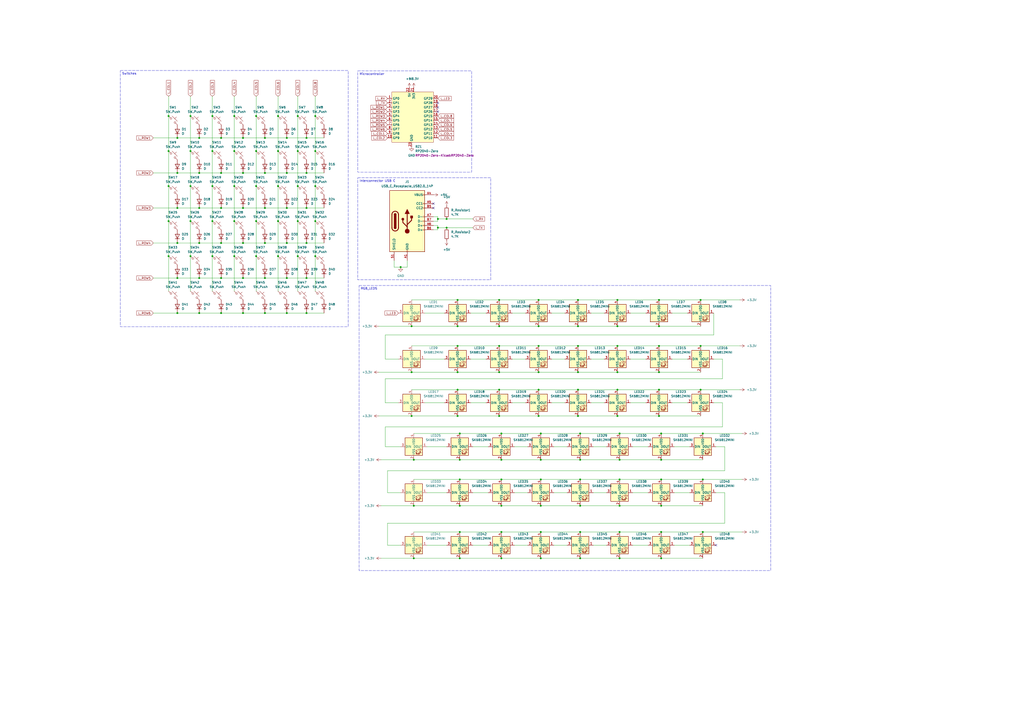
<source format=kicad_sch>
(kicad_sch (version 20250114) (generator "eeschema") (generator_version "9.0")
  (paper "A2")
  (title_block (title "SplitKeeb Left"))
  (text_box "Interconnector USB C" (at 207.518 103.124 0) (size 77.216 59.182) (margins 0.9525 0.9525 0.9525 0.9525) (stroke (width 0) (type dash)) (effects (font (size 1.27 1.27)) (justify left top)))
  (text_box "Microcontroller" (at 207.518 41.148 0) (size 66.04 58.674) (margins 0.9525 0.9525 0.9525 0.9525) (stroke (width 0) (type dash)) (effects (font (size 1.27 1.27)) (justify left top)))
  (text_box "Switches" (at 69.85 40.894 0) (size 132.08 148.59) (margins 0.9525 0.9525 0.9525 0.9525) (stroke (width 0) (type dash)) (effects (font (size 1.27 1.27)) (justify left top)))
  (text_box "RGB_LEDS" (at 208.28 165.608 0) (size 238.76 165.354) (margins 0.9525 0.9525 0.9525 0.9525) (stroke (width 0) (type dash)) (effects (font (size 1.27 1.27)) (justify left top)))
  (junction (at 383.54 308.61))
  (junction (at 97.79 67.31))
  (junction (at 161.29 67.31))
  (junction (at 259.08 132.08))
  (junction (at 289.56 215.9))
  (junction (at 313.69 278.13))
  (junction (at 135.89 67.31))
  (junction (at 148.59 148.59))
  (junction (at 166.37 181.61))
  (junction (at 383.54 278.13))
  (junction (at 110.49 87.63))
  (junction (at 382.27 189.23))
  (junction (at 135.89 107.95))
  (junction (at 123.19 67.31))
  (junction (at 312.42 200.66))
  (junction (at 335.28 241.3))
  (junction (at 177.8 161.29))
  (junction (at 407.67 278.13))
  (junction (at 161.29 107.95))
  (junction (at 406.4 173.99))
  (junction (at 128.27 100.33))
  (junction (at 358.14 189.23))
  (junction (at 148.59 67.31))
  (junction (at 383.54 293.37))
  (junction (at 254 127))
  (junction (at 110.49 67.31))
  (junction (at 336.55 323.85))
  (junction (at 177.8 120.65))
  (junction (at 110.49 148.59))
  (junction (at 383.54 323.85))
  (junction (at 290.83 308.61))
  (junction (at 166.37 140.97))
  (junction (at 290.83 323.85))
  (junction (at 313.69 308.61))
  (junction (at 128.27 181.61))
  (junction (at 140.97 100.33))
  (junction (at 123.19 87.63))
  (junction (at 140.97 120.65))
  (junction (at 123.19 128.27))
  (junction (at 238.76 215.9))
  (junction (at 383.54 251.46))
  (junction (at 382.27 200.66))
  (junction (at 312.42 189.23))
  (junction (at 153.67 80.01))
  (junction (at 140.97 161.29))
  (junction (at 358.14 226.06))
  (junction (at 266.7 266.7))
  (junction (at 102.87 80.01))
  (junction (at 148.59 87.63))
  (junction (at 102.87 120.65))
  (junction (at 313.69 293.37))
  (junction (at 166.37 80.01))
  (junction (at 135.89 87.63))
  (junction (at 238.76 189.23))
  (junction (at 312.42 241.3))
  (junction (at 182.88 148.59))
  (junction (at 358.14 200.66))
  (junction (at 290.83 251.46))
  (junction (at 312.42 215.9))
  (junction (at 359.41 323.85))
  (junction (at 140.97 140.97))
  (junction (at 336.55 266.7))
  (junction (at 166.37 120.65))
  (junction (at 97.79 87.63))
  (junction (at 313.69 323.85))
  (junction (at 123.19 148.59))
  (junction (at 359.41 293.37))
  (junction (at 182.88 67.31))
  (junction (at 172.72 67.31))
  (junction (at 359.41 251.46))
  (junction (at 406.4 226.06))
  (junction (at 358.14 241.3))
  (junction (at 265.43 189.23))
  (junction (at 123.19 107.95))
  (junction (at 177.8 181.61))
  (junction (at 240.03 266.7))
  (junction (at 359.41 266.7))
  (junction (at 153.67 161.29))
  (junction (at 115.57 140.97))
  (junction (at 359.41 308.61))
  (junction (at 128.27 120.65))
  (junction (at 335.28 215.9))
  (junction (at 140.97 181.61))
  (junction (at 177.8 80.01))
  (junction (at 289.56 173.99))
  (junction (at 153.67 120.65))
  (junction (at 266.7 323.85))
  (junction (at 148.59 107.95))
  (junction (at 358.14 173.99))
  (junction (at 97.79 148.59))
  (junction (at 335.28 226.06))
  (junction (at 290.83 266.7))
  (junction (at 102.87 161.29))
  (junction (at 161.29 128.27))
  (junction (at 115.57 181.61))
  (junction (at 135.89 148.59))
  (junction (at 102.87 140.97))
  (junction (at 265.43 226.06))
  (junction (at 266.7 251.46))
  (junction (at 265.43 215.9))
  (junction (at 102.87 100.33))
  (junction (at 336.55 251.46))
  (junction (at 266.7 308.61))
  (junction (at 166.37 100.33))
  (junction (at 289.56 200.66))
  (junction (at 153.67 140.97))
  (junction (at 153.67 100.33))
  (junction (at 161.29 87.63))
  (junction (at 313.69 266.7))
  (junction (at 358.14 215.9))
  (junction (at 259.08 127))
  (junction (at 289.56 226.06))
  (junction (at 135.89 128.27))
  (junction (at 115.57 80.01))
  (junction (at 336.55 293.37))
  (junction (at 172.72 128.27))
  (junction (at 407.67 308.61))
  (junction (at 115.57 120.65))
  (junction (at 407.67 251.46))
  (junction (at 406.4 200.66))
  (junction (at 110.49 128.27))
  (junction (at 265.43 200.66))
  (junction (at 290.83 278.13))
  (junction (at 289.56 189.23))
  (junction (at 177.8 100.33))
  (junction (at 115.57 161.29))
  (junction (at 102.87 181.61))
  (junction (at 335.28 200.66))
  (junction (at 153.67 181.61))
  (junction (at 177.8 140.97))
  (junction (at 359.41 278.13))
  (junction (at 172.72 107.95))
  (junction (at 140.97 80.01))
  (junction (at 182.88 87.63))
  (junction (at 312.42 173.99))
  (junction (at 382.27 241.3))
  (junction (at 161.29 148.59))
  (junction (at 172.72 87.63))
  (junction (at 336.55 278.13))
  (junction (at 240.03 293.37))
  (junction (at 232.41 154.94))
  (junction (at 240.03 323.85))
  (junction (at 128.27 80.01))
  (junction (at 128.27 161.29))
  (junction (at 182.88 128.27))
  (junction (at 254 132.08))
  (junction (at 97.79 107.95))
  (junction (at 382.27 226.06))
  (junction (at 128.27 140.97))
  (junction (at 289.56 241.3))
  (junction (at 166.37 161.29))
  (junction (at 290.83 293.37))
  (junction (at 383.54 266.7))
  (junction (at 266.7 278.13))
  (junction (at 336.55 308.61))
  (junction (at 238.76 241.3))
  (junction (at 265.43 173.99))
  (junction (at 335.28 189.23))
  (junction (at 313.69 251.46))
  (junction (at 97.79 128.27))
  (junction (at 335.28 173.99))
  (junction (at 382.27 173.99))
  (junction (at 172.72 148.59))
  (junction (at 312.42 226.06))
  (junction (at 148.59 128.27))
  (junction (at 266.7 293.37))
  (junction (at 182.88 107.95))
  (junction (at 115.57 100.33))
  (junction (at 265.43 241.3))
  (junction (at 382.27 215.9))
  (junction (at 110.49 107.95))
  (no_connect (at 254 62.23))
  (no_connect (at 251.46 120.65))
  (no_connect (at 251.46 118.11))
  (no_connect (at 254 59.69))
  (no_connect (at 254 64.77))
  (no_connect (at 415.29 316.23))
  (wire (pts (xy 419.1 247.65) (xy 419.1 233.68)))
  (wire (pts (xy 359.41 293.37) (xy 383.54 293.37)))
  (wire (pts (xy 313.69 323.85) (xy 336.55 323.85)))
  (wire (pts (xy 298.45 259.08) (xy 306.07 259.08)))
  (wire (pts (xy 182.88 128.27) (xy 182.88 148.59)))
  (wire (pts (xy 358.14 226.06) (xy 382.27 226.06)))
  (wire (pts (xy 246.38 208.28) (xy 257.81 208.28)))
  (wire (pts (xy 161.29 107.95) (xy 161.29 128.27)))
  (wire (pts (xy 312.42 241.3) (xy 335.28 241.3)))
  (wire (pts (xy 123.19 148.59) (xy 123.19 168.91)))
  (wire (pts (xy 115.57 120.65) (xy 128.27 120.65)))
  (wire (pts (xy 298.45 285.75) (xy 306.07 285.75)))
  (wire (pts (xy 254 132.08) (xy 254 133.35)))
  (wire (pts (xy 420.37 273.05) (xy 224.79 273.05)))
  (wire (pts (xy 274.32 259.08) (xy 283.21 259.08)))
  (wire (pts (xy 224.79 316.23) (xy 232.41 316.23)))
  (wire (pts (xy 166.37 140.97) (xy 177.8 140.97)))
  (wire (pts (xy 135.89 107.95) (xy 135.89 128.27)))
  (wire (pts (xy 274.32 285.75) (xy 283.21 285.75)))
  (wire (pts (xy 135.89 87.63) (xy 135.89 107.95)))
  (wire (pts (xy 342.9 181.61) (xy 350.52 181.61)))
  (wire (pts (xy 232.41 259.08) (xy 223.52 259.08)))
  (wire (pts (xy 161.29 87.63) (xy 161.29 107.95)))
  (wire (pts (xy 172.72 67.31) (xy 172.72 87.63)))
  (wire (pts (xy 177.8 161.29) (xy 187.96 161.29)))
  (wire (pts (xy 251.46 125.73) (xy 254 125.73)))
  (wire (pts (xy 419.1 208.28) (xy 419.1 219.71)))
  (wire (pts (xy 290.83 266.7) (xy 313.69 266.7)))
  (wire (pts (xy 367.03 285.75) (xy 375.92 285.75)))
  (wire (pts (xy 135.89 148.59) (xy 135.89 168.91)))
  (wire (pts (xy 182.88 55.88) (xy 182.88 67.31)))
  (wire (pts (xy 220.98 293.37) (xy 240.03 293.37)))
  (wire (pts (xy 110.49 55.88) (xy 110.49 67.31)))
  (wire (pts (xy 358.14 200.66) (xy 382.27 200.66)))
  (wire (pts (xy 382.27 226.06) (xy 406.4 226.06)))
  (wire (pts (xy 88.9 181.61) (xy 102.87 181.61)))
  (wire (pts (xy 135.89 67.31) (xy 135.89 87.63)))
  (wire (pts (xy 97.79 128.27) (xy 97.79 148.59)))
  (wire (pts (xy 148.59 55.88) (xy 148.59 67.31)))
  (wire (pts (xy 240.03 293.37) (xy 266.7 293.37)))
  (wire (pts (xy 140.97 120.65) (xy 153.67 120.65)))
  (wire (pts (xy 320.04 208.28) (xy 327.66 208.28)))
  (wire (pts (xy 321.31 316.23) (xy 328.93 316.23)))
  (wire (pts (xy 320.04 233.68) (xy 327.66 233.68)))
  (wire (pts (xy 123.19 128.27) (xy 123.19 148.59)))
  (wire (pts (xy 172.72 148.59) (xy 172.72 168.91)))
  (wire (pts (xy 88.9 100.33) (xy 102.87 100.33)))
  (wire (pts (xy 128.27 181.61) (xy 140.97 181.61)))
  (wire (pts (xy 238.76 200.66) (xy 265.43 200.66)))
  (wire (pts (xy 177.8 120.65) (xy 187.96 120.65)))
  (wire (pts (xy 97.79 67.31) (xy 97.79 87.63)))
  (wire (pts (xy 128.27 120.65) (xy 140.97 120.65)))
  (wire (pts (xy 246.38 233.68) (xy 257.81 233.68)))
  (wire (pts (xy 161.29 128.27) (xy 161.29 148.59)))
  (wire (pts (xy 266.7 293.37) (xy 290.83 293.37)))
  (wire (pts (xy 238.76 241.3) (xy 265.43 241.3)))
  (wire (pts (xy 414.02 181.61) (xy 414.02 194.31)))
  (wire (pts (xy 312.42 173.99) (xy 335.28 173.99)))
  (wire (pts (xy 359.41 308.61) (xy 383.54 308.61)))
  (wire (pts (xy 247.65 316.23) (xy 259.08 316.23)))
  (wire (pts (xy 88.9 161.29) (xy 102.87 161.29)))
  (wire (pts (xy 247.65 259.08) (xy 259.08 259.08)))
  (wire (pts (xy 313.69 266.7) (xy 336.55 266.7)))
  (wire (pts (xy 88.9 140.97) (xy 102.87 140.97)))
  (wire (pts (xy 140.97 100.33) (xy 153.67 100.33)))
  (wire (pts (xy 273.05 233.68) (xy 281.94 233.68)))
  (wire (pts (xy 240.03 323.85) (xy 266.7 323.85)))
  (wire (pts (xy 335.28 173.99) (xy 358.14 173.99)))
  (wire (pts (xy 115.57 140.97) (xy 128.27 140.97)))
  (wire (pts (xy 240.03 251.46) (xy 266.7 251.46)))
  (wire (pts (xy 102.87 120.65) (xy 115.57 120.65)))
  (wire (pts (xy 128.27 80.01) (xy 140.97 80.01)))
  (wire (pts (xy 312.42 189.23) (xy 335.28 189.23)))
  (wire (pts (xy 265.43 215.9) (xy 289.56 215.9)))
  (wire (pts (xy 289.56 173.99) (xy 312.42 173.99)))
  (wire (pts (xy 238.76 189.23) (xy 265.43 189.23)))
  (wire (pts (xy 172.72 128.27) (xy 172.72 148.59)))
  (wire (pts (xy 359.41 323.85) (xy 383.54 323.85)))
  (wire (pts (xy 97.79 148.59) (xy 97.79 168.91)))
  (wire (pts (xy 240.03 308.61) (xy 266.7 308.61)))
  (wire (pts (xy 389.89 208.28) (xy 398.78 208.28)))
  (wire (pts (xy 290.83 323.85) (xy 313.69 323.85)))
  (wire (pts (xy 321.31 285.75) (xy 328.93 285.75)))
  (wire (pts (xy 110.49 148.59) (xy 110.49 168.91)))
  (wire (pts (xy 297.18 233.68) (xy 304.8 233.68)))
  (wire (pts (xy 172.72 87.63) (xy 172.72 107.95)))
  (wire (pts (xy 321.31 259.08) (xy 328.93 259.08)))
  (wire (pts (xy 289.56 200.66) (xy 312.42 200.66)))
  (wire (pts (xy 367.03 259.08) (xy 375.92 259.08)))
  (wire (pts (xy 336.55 251.46) (xy 359.41 251.46)))
  (wire (pts (xy 273.05 181.61) (xy 281.94 181.61)))
  (wire (pts (xy 166.37 120.65) (xy 177.8 120.65)))
  (wire (pts (xy 166.37 80.01) (xy 177.8 80.01)))
  (wire (pts (xy 367.03 316.23) (xy 375.92 316.23)))
  (wire (pts (xy 359.41 278.13) (xy 383.54 278.13)))
  (wire (pts (xy 365.76 208.28) (xy 374.65 208.28)))
  (wire (pts (xy 420.37 259.08) (xy 420.37 273.05)))
  (wire (pts (xy 266.7 278.13) (xy 290.83 278.13)))
  (wire (pts (xy 238.76 226.06) (xy 265.43 226.06)))
  (wire (pts (xy 135.89 55.88) (xy 135.89 67.31)))
  (wire (pts (xy 228.6 151.13) (xy 228.6 154.94)))
  (wire (pts (xy 236.22 154.94) (xy 232.41 154.94)))
  (wire (pts (xy 102.87 100.33) (xy 115.57 100.33)))
  (wire (pts (xy 359.41 266.7) (xy 383.54 266.7)))
  (wire (pts (xy 320.04 181.61) (xy 327.66 181.61)))
  (wire (pts (xy 344.17 259.08) (xy 351.79 259.08)))
  (wire (pts (xy 420.37 285.75) (xy 420.37 303.53)))
  (wire (pts (xy 265.43 241.3) (xy 289.56 241.3)))
  (wire (pts (xy 135.89 128.27) (xy 135.89 148.59)))
  (wire (pts (xy 289.56 215.9) (xy 312.42 215.9)))
  (wire (pts (xy 290.83 251.46) (xy 313.69 251.46)))
  (wire (pts (xy 177.8 181.61) (xy 187.96 181.61)))
  (wire (pts (xy 313.69 251.46) (xy 336.55 251.46)))
  (wire (pts (xy 383.54 266.7) (xy 407.67 266.7)))
  (wire (pts (xy 223.52 247.65) (xy 419.1 247.65)))
  (wire (pts (xy 335.28 200.66) (xy 358.14 200.66)))
  (wire (pts (xy 240.03 278.13) (xy 266.7 278.13)))
  (wire (pts (xy 358.14 189.23) (xy 382.27 189.23)))
  (wire (pts (xy 389.89 181.61) (xy 398.78 181.61)))
  (wire (pts (xy 223.52 259.08) (xy 223.52 247.65)))
  (wire (pts (xy 336.55 278.13) (xy 359.41 278.13)))
  (wire (pts (xy 312.42 200.66) (xy 335.28 200.66)))
  (wire (pts (xy 177.8 100.33) (xy 187.96 100.33)))
  (wire (pts (xy 336.55 323.85) (xy 359.41 323.85)))
  (wire (pts (xy 383.54 251.46) (xy 407.67 251.46)))
  (wire (pts (xy 406.4 173.99) (xy 429.26 173.99)))
  (wire (pts (xy 336.55 308.61) (xy 359.41 308.61)))
  (wire (pts (xy 415.29 285.75) (xy 420.37 285.75)))
  (wire (pts (xy 251.46 130.81) (xy 254 130.81)))
  (wire (pts (xy 240.03 266.7) (xy 266.7 266.7)))
  (wire (pts (xy 88.9 80.01) (xy 102.87 80.01)))
  (wire (pts (xy 265.43 226.06) (xy 289.56 226.06)))
  (wire (pts (xy 236.22 151.13) (xy 236.22 154.94)))
  (wire (pts (xy 344.17 316.23) (xy 351.79 316.23)))
  (wire (pts (xy 110.49 128.27) (xy 110.49 148.59)))
  (wire (pts (xy 274.32 132.08) (xy 259.08 132.08)))
  (wire (pts (xy 148.59 67.31) (xy 148.59 87.63)))
  (wire (pts (xy 298.45 316.23) (xy 306.07 316.23)))
  (wire (pts (xy 407.67 308.61) (xy 430.53 308.61)))
  (wire (pts (xy 414.02 194.31) (xy 223.52 194.31)))
  (wire (pts (xy 182.88 148.59) (xy 182.88 168.91)))
  (wire (pts (xy 123.19 87.63) (xy 123.19 107.95)))
  (wire (pts (xy 383.54 323.85) (xy 407.67 323.85)))
  (wire (pts (xy 382.27 200.66) (xy 406.4 200.66)))
  (wire (pts (xy 238.76 215.9) (xy 265.43 215.9)))
  (wire (pts (xy 251.46 133.35) (xy 254 133.35)))
  (wire (pts (xy 153.67 80.01) (xy 166.37 80.01)))
  (wire (pts (xy 358.14 215.9) (xy 382.27 215.9)))
  (wire (pts (xy 110.49 107.95) (xy 110.49 128.27)))
  (wire (pts (xy 140.97 181.61) (xy 153.67 181.61)))
  (wire (pts (xy 219.71 189.23) (xy 238.76 189.23)))
  (wire (pts (xy 97.79 87.63) (xy 97.79 107.95)))
  (wire (pts (xy 358.14 241.3) (xy 382.27 241.3)))
  (wire (pts (xy 313.69 278.13) (xy 336.55 278.13)))
  (wire (pts (xy 383.54 308.61) (xy 407.67 308.61)))
  (wire (pts (xy 414.02 208.28) (xy 419.1 208.28)))
  (wire (pts (xy 148.59 128.27) (xy 148.59 148.59)))
  (wire (pts (xy 265.43 173.99) (xy 289.56 173.99)))
  (wire (pts (xy 254 127) (xy 254 128.27)))
  (wire (pts (xy 290.83 278.13) (xy 313.69 278.13)))
  (wire (pts (xy 297.18 181.61) (xy 304.8 181.61)))
  (wire (pts (xy 110.49 87.63) (xy 110.49 107.95)))
  (wire (pts (xy 382.27 189.23) (xy 406.4 189.23)))
  (wire (pts (xy 266.7 266.7) (xy 290.83 266.7)))
  (wire (pts (xy 335.28 241.3) (xy 358.14 241.3)))
  (wire (pts (xy 336.55 293.37) (xy 359.41 293.37)))
  (wire (pts (xy 153.67 140.97) (xy 166.37 140.97)))
  (wire (pts (xy 391.16 285.75) (xy 400.05 285.75)))
  (wire (pts (xy 161.29 55.88) (xy 161.29 67.31)))
  (wire (pts (xy 365.76 233.68) (xy 374.65 233.68)))
  (wire (pts (xy 153.67 100.33) (xy 166.37 100.33)))
  (wire (pts (xy 336.55 266.7) (xy 359.41 266.7)))
  (wire (pts (xy 265.43 200.66) (xy 289.56 200.66)))
  (wire (pts (xy 312.42 215.9) (xy 335.28 215.9)))
  (wire (pts (xy 115.57 100.33) (xy 128.27 100.33)))
  (wire (pts (xy 342.9 233.68) (xy 350.52 233.68)))
  (wire (pts (xy 102.87 80.01) (xy 115.57 80.01)))
  (wire (pts (xy 419.1 233.68) (xy 414.02 233.68)))
  (wire (pts (xy 161.29 148.59) (xy 161.29 168.91)))
  (wire (pts (xy 297.18 208.28) (xy 304.8 208.28)))
  (wire (pts (xy 166.37 161.29) (xy 177.8 161.29)))
  (wire (pts (xy 182.88 87.63) (xy 182.88 107.95)))
  (wire (pts (xy 365.76 181.61) (xy 374.65 181.61)))
  (wire (pts (xy 220.98 266.7) (xy 240.03 266.7)))
  (wire (pts (xy 166.37 100.33) (xy 177.8 100.33)))
  (wire (pts (xy 219.71 241.3) (xy 238.76 241.3)))
  (wire (pts (xy 407.67 251.46) (xy 430.53 251.46)))
  (wire (pts (xy 228.6 154.94) (xy 232.41 154.94)))
  (wire (pts (xy 407.67 278.13) (xy 430.53 278.13)))
  (wire (pts (xy 359.41 251.46) (xy 383.54 251.46)))
  (wire (pts (xy 415.29 259.08) (xy 420.37 259.08)))
  (wire (pts (xy 128.27 140.97) (xy 140.97 140.97)))
  (wire (pts (xy 383.54 278.13) (xy 407.67 278.13)))
  (wire (pts (xy 140.97 140.97) (xy 153.67 140.97)))
  (wire (pts (xy 140.97 80.01) (xy 153.67 80.01)))
  (wire (pts (xy 88.9 120.65) (xy 102.87 120.65)))
  (wire (pts (xy 140.97 161.29) (xy 153.67 161.29)))
  (wire (pts (xy 335.28 215.9) (xy 358.14 215.9)))
  (wire (pts (xy 259.08 127) (xy 254 127)))
  (wire (pts (xy 172.72 107.95) (xy 172.72 128.27)))
  (wire (pts (xy 102.87 140.97) (xy 115.57 140.97)))
  (wire (pts (xy 313.69 293.37) (xy 336.55 293.37)))
  (wire (pts (xy 420.37 303.53) (xy 224.79 303.53)))
  (wire (pts (xy 266.7 308.61) (xy 290.83 308.61)))
  (wire (pts (xy 406.4 200.66) (xy 429.26 200.66)))
  (wire (pts (xy 177.8 140.97) (xy 187.96 140.97)))
  (wire (pts (xy 419.1 219.71) (xy 223.52 219.71)))
  (wire (pts (xy 115.57 161.29) (xy 128.27 161.29)))
  (wire (pts (xy 289.56 226.06) (xy 312.42 226.06)))
  (wire (pts (xy 266.7 251.46) (xy 290.83 251.46)))
  (wire (pts (xy 238.76 173.99) (xy 265.43 173.99)))
  (wire (pts (xy 123.19 67.31) (xy 123.19 87.63)))
  (wire (pts (xy 383.54 293.37) (xy 407.67 293.37)))
  (wire (pts (xy 224.79 273.05) (xy 224.79 285.75)))
  (wire (pts (xy 382.27 215.9) (xy 406.4 215.9)))
  (wire (pts (xy 153.67 181.61) (xy 166.37 181.61)))
  (wire (pts (xy 246.38 181.61) (xy 257.81 181.61)))
  (wire (pts (xy 254 125.73) (xy 254 127)))
  (wire (pts (xy 358.14 173.99) (xy 382.27 173.99)))
  (wire (pts (xy 219.71 215.9) (xy 238.76 215.9)))
  (wire (pts (xy 182.88 107.95) (xy 182.88 128.27)))
  (wire (pts (xy 251.46 128.27) (xy 254 128.27)))
  (wire (pts (xy 182.88 67.31) (xy 182.88 87.63)))
  (wire (pts (xy 223.52 233.68) (xy 231.14 233.68)))
  (wire (pts (xy 97.79 55.88) (xy 97.79 67.31)))
  (wire (pts (xy 313.69 308.61) (xy 336.55 308.61)))
  (wire (pts (xy 335.28 189.23) (xy 358.14 189.23)))
  (wire (pts (xy 290.83 293.37) (xy 313.69 293.37)))
  (wire (pts (xy 97.79 107.95) (xy 97.79 128.27)))
  (wire (pts (xy 290.83 308.61) (xy 313.69 308.61)))
  (wire (pts (xy 223.52 219.71) (xy 223.52 233.68)))
  (wire (pts (xy 335.28 226.06) (xy 358.14 226.06)))
  (wire (pts (xy 128.27 161.29) (xy 140.97 161.29)))
  (wire (pts (xy 342.9 208.28) (xy 350.52 208.28)))
  (wire (pts (xy 161.29 67.31) (xy 161.29 87.63)))
  (wire (pts (xy 274.32 316.23) (xy 283.21 316.23)))
  (wire (pts (xy 177.8 80.01) (xy 187.96 80.01)))
  (wire (pts (xy 312.42 226.06) (xy 335.28 226.06)))
  (wire (pts (xy 247.65 285.75) (xy 259.08 285.75)))
  (wire (pts (xy 254 130.81) (xy 254 132.08)))
  (wire (pts (xy 266.7 323.85) (xy 290.83 323.85)))
  (wire (pts (xy 289.56 241.3) (xy 312.42 241.3)))
  (wire (pts (xy 391.16 316.23) (xy 400.05 316.23)))
  (wire (pts (xy 259.08 132.08) (xy 254 132.08)))
  (wire (pts (xy 289.56 189.23) (xy 312.42 189.23)))
  (wire (pts (xy 265.43 189.23) (xy 289.56 189.23)))
  (wire (pts (xy 223.52 194.31) (xy 223.52 208.28)))
  (wire (pts (xy 391.16 259.08) (xy 400.05 259.08)))
  (wire (pts (xy 115.57 181.61) (xy 128.27 181.61)))
  (wire (pts (xy 223.52 208.28) (xy 231.14 208.28)))
  (wire (pts (xy 172.72 55.88) (xy 172.72 67.31)))
  (wire (pts (xy 382.27 173.99) (xy 406.4 173.99)))
  (wire (pts (xy 382.27 241.3) (xy 406.4 241.3)))
  (wire (pts (xy 148.59 148.59) (xy 148.59 168.91)))
  (wire (pts (xy 166.37 181.61) (xy 177.8 181.61)))
  (wire (pts (xy 148.59 107.95) (xy 148.59 128.27)))
  (wire (pts (xy 406.4 226.06) (xy 429.26 226.06)))
  (wire (pts (xy 123.19 55.88) (xy 123.19 67.31)))
  (wire (pts (xy 224.79 303.53) (xy 224.79 316.23)))
  (wire (pts (xy 153.67 161.29) (xy 166.37 161.29)))
  (wire (pts (xy 123.19 107.95) (xy 123.19 128.27)))
  (wire (pts (xy 102.87 181.61) (xy 115.57 181.61)))
  (wire (pts (xy 220.98 323.85) (xy 240.03 323.85)))
  (wire (pts (xy 274.32 127) (xy 259.08 127)))
  (wire (pts (xy 273.05 208.28) (xy 281.94 208.28)))
  (wire (pts (xy 128.27 100.33) (xy 140.97 100.33)))
  (wire (pts (xy 102.87 161.29) (xy 115.57 161.29)))
  (wire (pts (xy 389.89 233.68) (xy 398.78 233.68)))
  (wire (pts (xy 110.49 67.31) (xy 110.49 87.63)))
  (wire (pts (xy 115.57 80.01) (xy 128.27 80.01)))
  (wire (pts (xy 344.17 285.75) (xy 351.79 285.75)))
  (wire (pts (xy 148.59 87.63) (xy 148.59 107.95)))
  (wire (pts (xy 153.67 120.65) (xy 166.37 120.65)))
  (wire (pts (xy 224.79 285.75) (xy 232.41 285.75)))
  (global_label "L_ROW1" (shape input) (at 88.9 80.01 180) (property "Intersheetrefs" "${INTERSHEET_REFS}" (effects (hide yes))))
  (global_label "L_ROW4" (shape input) (at 224.79 69.85 180) (property "Intersheetrefs" "${INTERSHEET_REFS}" (effects (hide yes))))
  (global_label "L_COL2" (shape input) (at 110.49 55.88 90) (property "Intersheetrefs" "${INTERSHEET_REFS}" (effects (hide yes))))
  (global_label "L_LED" (shape input) (at 231.14 181.61 180) (property "Intersheetrefs" "${INTERSHEET_REFS}" (effects (hide yes))))
  (global_label "L_COL8" (shape input) (at 182.88 55.88 90) (property "Intersheetrefs" "${INTERSHEET_REFS}" (effects (hide yes))))
  (global_label "L_ROW5" (shape input) (at 224.79 72.39 180) (property "Intersheetrefs" "${INTERSHEET_REFS}" (effects (hide yes))))
  (global_label "L_LED" (shape input) (at 254 57.15 0) (property "Intersheetrefs" "${INTERSHEET_REFS}" (effects (hide yes))))
  (global_label "L_COL7" (shape input) (at 254 69.85 0) (property "Intersheetrefs" "${INTERSHEET_REFS}" (effects (hide yes))))
  (global_label "L_RX" (shape input) (at 224.79 57.15 180) (property "Intersheetrefs" "${INTERSHEET_REFS}" (effects (hide yes))))
  (global_label "L_COL8" (shape input) (at 254 67.31 0) (property "Intersheetrefs" "${INTERSHEET_REFS}" (effects (hide yes))))
  (global_label "L_COL6" (shape input) (at 161.29 55.88 90) (property "Intersheetrefs" "${INTERSHEET_REFS}" (effects (hide yes))))
  (global_label "L_ROW2" (shape input) (at 224.79 64.77 180) (property "Intersheetrefs" "${INTERSHEET_REFS}" (effects (hide yes))))
  (global_label "L_ROW6" (shape input) (at 224.79 74.93 180) (property "Intersheetrefs" "${INTERSHEET_REFS}" (effects (hide yes))))
  (global_label "L_COL4" (shape input) (at 135.89 55.88 90) (property "Intersheetrefs" "${INTERSHEET_REFS}" (effects (hide yes))))
  (global_label "L_COL5" (shape input) (at 148.59 55.88 90) (property "Intersheetrefs" "${INTERSHEET_REFS}" (effects (hide yes))))
  (global_label "L_COL1" (shape input) (at 224.79 77.47 180) (property "Intersheetrefs" "${INTERSHEET_REFS}" (effects (hide yes))))
  (global_label "L_COL5" (shape input) (at 254 74.93 0) (property "Intersheetrefs" "${INTERSHEET_REFS}" (effects (hide yes))))
  (global_label "L_COL6" (shape input) (at 254 72.39 0) (property "Intersheetrefs" "${INTERSHEET_REFS}" (effects (hide yes))))
  (global_label "L_COL2" (shape input) (at 224.79 80.01 180) (property "Intersheetrefs" "${INTERSHEET_REFS}" (effects (hide yes))))
  (global_label "L_ROW6" (shape input) (at 88.9 181.61 180) (property "Intersheetrefs" "${INTERSHEET_REFS}" (effects (hide yes))))
  (global_label "L_ROW3" (shape input) (at 88.9 120.65 180) (property "Intersheetrefs" "${INTERSHEET_REFS}" (effects (hide yes))))
  (global_label "L_ROW3" (shape input) (at 224.79 67.31 180) (property "Intersheetrefs" "${INTERSHEET_REFS}" (effects (hide yes))))
  (global_label "L_ROW1" (shape input) (at 224.79 62.23 180) (property "Intersheetrefs" "${INTERSHEET_REFS}" (effects (hide yes))))
  (global_label "L_TX" (shape input) (at 224.79 59.69 180) (property "Intersheetrefs" "${INTERSHEET_REFS}" (effects (hide yes))))
  (global_label "L_COL7" (shape input) (at 172.72 55.88 90) (property "Intersheetrefs" "${INTERSHEET_REFS}" (effects (hide yes))))
  (global_label "L_TX" (shape input) (at 274.32 132.08 0) (property "Intersheetrefs" "${INTERSHEET_REFS}" (effects (hide yes))))
  (global_label "L_COL3" (shape input) (at 123.19 55.88 90) (property "Intersheetrefs" "${INTERSHEET_REFS}" (effects (hide yes))))
  (global_label "L_COL4" (shape input) (at 254 77.47 0) (property "Intersheetrefs" "${INTERSHEET_REFS}" (effects (hide yes))))
  (global_label "L_COL1" (shape input) (at 97.79 55.88 90) (property "Intersheetrefs" "${INTERSHEET_REFS}" (effects (hide yes))))
  (global_label "L_ROW4" (shape input) (at 88.9 140.97 180) (property "Intersheetrefs" "${INTERSHEET_REFS}" (effects (hide yes))))
  (global_label "L_COL3" (shape input) (at 254 80.01 0) (property "Intersheetrefs" "${INTERSHEET_REFS}" (effects (hide yes))))
  (global_label "L_ROW2" (shape input) (at 88.9 100.33 180) (property "Intersheetrefs" "${INTERSHEET_REFS}" (effects (hide yes))))
  (global_label "L_RX" (shape input) (at 274.32 127 0) (property "Intersheetrefs" "${INTERSHEET_REFS}" (effects (hide yes))))
  (global_label "L_ROW5" (shape input) (at 88.9 161.29 180) (property "Intersheetrefs" "${INTERSHEET_REFS}" (effects (hide yes))))
  (symbol (lib_id "Device:D") (at 102.87 157.48 90) (unit 1)
    (property "Reference" "D33" (at 105.41 156.2099 90) (effects (justify right)))
    (property "Value" "D" (at 105.41 158.7499 90) (effects (justify right)))
    (property "Footprint" "Diode_SMD:D_SOD-123" (effects (hide yes)))
    (property "Description" "Diode" (effects (hide yes)))
    (property "Sim.Device" "D" (effects (hide yes)))
    (property "Sim.Pins" "1=K 2=A" (effects (hide yes)))
  )
  (symbol (lib_id "LED:SK6812MINI") (at 335.28 208.28 0) (unit 1)
    (property "Reference" "LED13" (at 347.98 201.8598 0))
    (property "Value" "SK6812MINI" (at 347.98 204.3998 0))
    (property "Footprint" "LED_SMD:LED_SK6812MINI_PLCC4_3.5x3.5mm_P1.75mm" (effects (hide yes)))
    (property "Datasheet" "https://cdn-shop.adafruit.com/product-files/2686/SK6812MINI_REV.01-1-2.pdf" (effects (hide yes)))
    (property "Description" "RGB LED with integrated controller" (effects (hide yes)))
  )
  (symbol (lib_id "Switch:SW_Push_45deg") (at 100.33 69.85 0) (unit 1)
    (property "Reference" "SW1" (at 100.33 62.23 0))
    (property "Value" "SW_Push" (at 100.33 64.77 0))
    (property "Footprint" "MX_Hotswap:MX-Hotswap-1U" (effects (hide yes)))
    (property "Description" "Push button switch, normally open, two pins, 45° tilted" (effects (hide yes)))
  )
  (symbol (lib_id "LED:SK6812MINI") (at 289.56 181.61 0) (unit 1)
    (property "Reference" "LED3" (at 302.26 175.1898 0))
    (property "Value" "SK6812MINI" (at 302.26 177.7298 0))
    (property "Footprint" "LED_SMD:LED_SK6812MINI_PLCC4_3.5x3.5mm_P1.75mm" (effects (hide yes)))
    (property "Datasheet" "https://cdn-shop.adafruit.com/product-files/2686/SK6812MINI_REV.01-1-2.pdf" (effects (hide yes)))
    (property "Description" "RGB LED with integrated controller" (effects (hide yes)))
  )
  (symbol (lib_id "Switch:SW_Push_45deg") (at 113.03 130.81 0) (unit 1)
    (property "Reference" "SW26" (at 113.03 123.19 0))
    (property "Value" "SW_Push" (at 113.03 125.73 0))
    (property "Footprint" "MX_Hotswap:MX-Hotswap-1U" (effects (hide yes)))
    (property "Description" "Push button switch, normally open, two pins, 45° tilted" (effects (hide yes)))
  )
  (symbol (lib_id "power:+3.3V") (at 430.53 251.46 270) (unit 1)
    (property "Reference" "#PWR014" (effects (hide yes)))
    (property "Value" "+3.3V" (at 434.34 251.4599 90) (effects (justify left)))
    (property "Description" "Power symbol creates a global label with name \"+3.3V\"" (effects (hide yes)))
  )
  (symbol (lib_id "Switch:SW_Push_45deg") (at 175.26 69.85 0) (unit 1)
    (property "Reference" "SW7" (at 175.26 62.23 0))
    (property "Value" "SW_Push" (at 175.26 64.77 0))
    (property "Footprint" "MX_Hotswap:MX-Hotswap-1U" (effects (hide yes)))
    (property "Description" "Push button switch, normally open, two pins, 45° tilted" (effects (hide yes)))
  )
  (symbol (lib_id "LED:SK6812MINI") (at 335.28 233.68 0) (unit 1)
    (property "Reference" "LED21" (at 347.98 227.2598 0))
    (property "Value" "SK6812MINI" (at 347.98 229.7998 0))
    (property "Footprint" "LED_SMD:LED_SK6812MINI_PLCC4_3.5x3.5mm_P1.75mm" (effects (hide yes)))
    (property "Datasheet" "https://cdn-shop.adafruit.com/product-files/2686/SK6812MINI_REV.01-1-2.pdf" (effects (hide yes)))
    (property "Description" "RGB LED with integrated controller" (effects (hide yes)))
  )
  (symbol (lib_id "Switch:SW_Push_45deg") (at 163.83 130.81 0) (unit 1)
    (property "Reference" "SW30" (at 163.83 123.19 0))
    (property "Value" "SW_Push" (at 163.83 125.73 0))
    (property "Footprint" "MX_Hotswap:MX-Hotswap-1U" (effects (hide yes)))
    (property "Description" "Push button switch, normally open, two pins, 45° tilted" (effects (hide yes)))
  )
  (symbol (lib_id "power:+3.3V") (at 430.53 278.13 270) (unit 1)
    (property "Reference" "#PWR016" (effects (hide yes)))
    (property "Value" "+3.3V" (at 434.34 278.1299 90) (effects (justify left)))
    (property "Description" "Power symbol creates a global label with name \"+3.3V\"" (effects (hide yes)))
  )
  (symbol (lib_id "power:+3.3V") (at 429.26 173.99 270) (unit 1)
    (property "Reference" "#PWR08" (effects (hide yes)))
    (property "Value" "+3.3V" (at 433.07 173.9899 90) (effects (justify left)))
    (property "Description" "Power symbol creates a global label with name \"+3.3V\"" (effects (hide yes)))
  )
  (symbol (lib_id "Switch:SW_Push_45deg") (at 113.03 151.13 0) (unit 1)
    (property "Reference" "SW34" (at 113.03 143.51 0))
    (property "Value" "SW_Push" (at 113.03 146.05 0))
    (property "Footprint" "MX_Hotswap:MX-Hotswap-1U" (effects (hide yes)))
    (property "Description" "Push button switch, normally open, two pins, 45° tilted" (effects (hide yes)))
  )
  (symbol (lib_id "LED:SK6812MINI") (at 312.42 208.28 0) (unit 1)
    (property "Reference" "LED12" (at 325.12 201.8598 0))
    (property "Value" "SK6812MINI" (at 325.12 204.3998 0))
    (property "Footprint" "LED_SMD:LED_SK6812MINI_PLCC4_3.5x3.5mm_P1.75mm" (effects (hide yes)))
    (property "Datasheet" "https://cdn-shop.adafruit.com/product-files/2686/SK6812MINI_REV.01-1-2.pdf" (effects (hide yes)))
    (property "Description" "RGB LED with integrated controller" (effects (hide yes)))
  )
  (symbol (lib_id "Switch:SW_Push_45deg") (at 113.03 171.45 0) (unit 1)
    (property "Reference" "SW42" (at 113.03 163.83 0))
    (property "Value" "SW_Push" (at 113.03 166.37 0))
    (property "Footprint" "MX_Hotswap:MX-Hotswap-1U" (effects (hide yes)))
    (property "Description" "Push button switch, normally open, two pins, 45° tilted" (effects (hide yes)))
  )
  (symbol (lib_id "power:+5V") (at 237.49 50.8 0) (unit 1)
    (property "Reference" "#PWR01" (effects (hide yes)))
    (property "Value" "+5V" (at 237.49 45.72 0))
    (property "Description" "Power symbol creates a global label with name \"+5V\"" (effects (hide yes)))
  )
  (symbol (lib_id "Switch:SW_Push_45deg") (at 125.73 130.81 0) (unit 1)
    (property "Reference" "SW27" (at 125.73 123.19 0))
    (property "Value" "SW_Push" (at 125.73 125.73 0))
    (property "Footprint" "MX_Hotswap:MX-Hotswap-1U" (effects (hide yes)))
    (property "Description" "Push button switch, normally open, two pins, 45° tilted" (effects (hide yes)))
  )
  (symbol (lib_id "Device:D") (at 187.96 157.48 90) (unit 1)
    (property "Reference" "D40" (at 190.5 156.2099 90) (effects (justify right)))
    (property "Value" "D" (at 190.5 158.7499 90) (effects (justify right)))
    (property "Footprint" "Diode_SMD:D_SOD-123" (effects (hide yes)))
    (property "Description" "Diode" (effects (hide yes)))
    (property "Sim.Device" "D" (effects (hide yes)))
    (property "Sim.Pins" "1=K 2=A" (effects (hide yes)))
  )
  (symbol (lib_id "power:+3.3V") (at 430.53 308.61 270) (unit 1)
    (property "Reference" "#PWR018" (effects (hide yes)))
    (property "Value" "+3.3V" (at 434.34 308.6099 90) (effects (justify left)))
    (property "Description" "Power symbol creates a global label with name \"+3.3V\"" (effects (hide yes)))
  )
  (symbol (lib_id "LED:SK6812MINI") (at 406.4 208.28 0) (unit 1)
    (property "Reference" "LED16" (at 419.1 201.8598 0))
    (property "Value" "SK6812MINI" (at 419.1 204.3998 0))
    (property "Footprint" "LED_SMD:LED_SK6812MINI_PLCC4_3.5x3.5mm_P1.75mm" (effects (hide yes)))
    (property "Datasheet" "https://cdn-shop.adafruit.com/product-files/2686/SK6812MINI_REV.01-1-2.pdf" (effects (hide yes)))
    (property "Description" "RGB LED with integrated controller" (effects (hide yes)))
  )
  (symbol (lib_id "Switch:SW_Push_45deg") (at 185.42 171.45 0) (unit 1)
    (property "Reference" "SW48" (at 185.42 163.83 0))
    (property "Value" "SW_Push" (at 185.42 166.37 0))
    (property "Footprint" "MX_Hotswap:MX-Hotswap-1U" (effects (hide yes)))
    (property "Description" "Push button switch, normally open, two pins, 45° tilted" (effects (hide yes)))
  )
  (symbol (lib_id "Device:D") (at 166.37 76.2 90) (unit 1)
    (property "Reference" "D6" (at 168.91 74.9299 90) (effects (justify right)))
    (property "Value" "D" (at 168.91 77.4699 90) (effects (justify right)))
    (property "Footprint" "Diode_SMD:D_SOD-123" (effects (hide yes)))
    (property "Description" "Diode" (effects (hide yes)))
    (property "Sim.Device" "D" (effects (hide yes)))
    (property "Sim.Pins" "1=K 2=A" (effects (hide yes)))
  )
  (symbol (lib_id "Device:D") (at 177.8 96.52 90) (unit 1)
    (property "Reference" "D15" (at 180.34 95.2499 90) (effects (justify right)))
    (property "Value" "D" (at 180.34 97.7899 90) (effects (justify right)))
    (property "Footprint" "Diode_SMD:D_SOD-123" (effects (hide yes)))
    (property "Description" "Diode" (effects (hide yes)))
    (property "Sim.Device" "D" (effects (hide yes)))
    (property "Sim.Pins" "1=K 2=A" (effects (hide yes)))
  )
  (symbol (lib_id "Device:D") (at 177.8 157.48 90) (unit 1)
    (property "Reference" "D39" (at 180.34 156.2099 90) (effects (justify right)))
    (property "Value" "D" (at 180.34 158.7499 90) (effects (justify right)))
    (property "Footprint" "Diode_SMD:D_SOD-123" (effects (hide yes)))
    (property "Description" "Diode" (effects (hide yes)))
    (property "Sim.Device" "D" (effects (hide yes)))
    (property "Sim.Pins" "1=K 2=A" (effects (hide yes)))
  )
  (symbol (lib_id "Device:D") (at 153.67 137.16 90) (unit 1)
    (property "Reference" "D29" (at 156.21 135.8899 90) (effects (justify right)))
    (property "Value" "D" (at 156.21 138.4299 90) (effects (justify right)))
    (property "Footprint" "Diode_SMD:D_SOD-123" (effects (hide yes)))
    (property "Description" "Diode" (effects (hide yes)))
    (property "Sim.Device" "D" (effects (hide yes)))
    (property "Sim.Pins" "1=K 2=A" (effects (hide yes)))
  )
  (symbol (lib_id "Switch:SW_Push_45deg") (at 175.26 110.49 0) (unit 1)
    (property "Reference" "SW23" (at 175.26 102.87 0))
    (property "Value" "SW_Push" (at 175.26 105.41 0))
    (property "Footprint" "MX_Hotswap:MX-Hotswap-1U" (effects (hide yes)))
    (property "Description" "Push button switch, normally open, two pins, 45° tilted" (effects (hide yes)))
  )
  (symbol (lib_id "Device:D") (at 115.57 137.16 90) (unit 1)
    (property "Reference" "D26" (at 118.11 135.8899 90) (effects (justify right)))
    (property "Value" "D" (at 118.11 138.4299 90) (effects (justify right)))
    (property "Footprint" "Diode_SMD:D_SOD-123" (effects (hide yes)))
    (property "Description" "Diode" (effects (hide yes)))
    (property "Sim.Device" "D" (effects (hide yes)))
    (property "Sim.Pins" "1=K 2=A" (effects (hide yes)))
  )
  (symbol (lib_id "LED:SK6812MINI") (at 383.54 285.75 0) (unit 1)
    (property "Reference" "LED39" (at 396.24 279.3298 0))
    (property "Value" "SK6812MINI" (at 396.24 281.8698 0))
    (property "Footprint" "LED_SMD:LED_SK6812MINI_PLCC4_3.5x3.5mm_P1.75mm" (effects (hide yes)))
    (property "Datasheet" "https://cdn-shop.adafruit.com/product-files/2686/SK6812MINI_REV.01-1-2.pdf" (effects (hide yes)))
    (property "Description" "RGB LED with integrated controller" (effects (hide yes)))
  )
  (symbol (lib_id "LED:SK6812MINI") (at 290.83 316.23 0) (unit 1)
    (property "Reference" "LED43" (at 303.53 309.8098 0))
    (property "Value" "SK6812MINI" (at 303.53 312.3498 0))
    (property "Footprint" "LED_SMD:LED_SK6812MINI_PLCC4_3.5x3.5mm_P1.75mm" (effects (hide yes)))
    (property "Datasheet" "https://cdn-shop.adafruit.com/product-files/2686/SK6812MINI_REV.01-1-2.pdf" (effects (hide yes)))
    (property "Description" "RGB LED with integrated controller" (effects (hide yes)))
  )
  (symbol (lib_id "Switch:SW_Push_45deg") (at 138.43 151.13 0) (unit 1)
    (property "Reference" "SW36" (at 138.43 143.51 0))
    (property "Value" "SW_Push" (at 138.43 146.05 0))
    (property "Footprint" "MX_Hotswap:MX-Hotswap-1U" (effects (hide yes)))
    (property "Description" "Push button switch, normally open, two pins, 45° tilted" (effects (hide yes)))
  )
  (symbol (lib_id "Device:D") (at 153.67 76.2 90) (unit 1)
    (property "Reference" "D5" (at 156.21 74.9299 90) (effects (justify right)))
    (property "Value" "D" (at 156.21 77.4699 90) (effects (justify right)))
    (property "Footprint" "Diode_SMD:D_SOD-123" (effects (hide yes)))
    (property "Description" "Diode" (effects (hide yes)))
    (property "Sim.Device" "D" (effects (hide yes)))
    (property "Sim.Pins" "1=K 2=A" (effects (hide yes)))
  )
  (symbol (lib_id "power:+5V") (at 259.08 139.7 180) (unit 1)
    (property "Reference" "#PWR06" (effects (hide yes)))
    (property "Value" "+5V" (at 259.08 144.78 0))
    (property "Description" "Power symbol creates a global label with name \"+5V\"" (effects (hide yes)))
  )
  (symbol (lib_id "LED:SK6812MINI") (at 266.7 259.08 0) (unit 1)
    (property "Reference" "LED26" (at 279.4 252.6598 0))
    (property "Value" "SK6812MINI" (at 279.4 255.1998 0))
    (property "Footprint" "LED_SMD:LED_SK6812MINI_PLCC4_3.5x3.5mm_P1.75mm" (effects (hide yes)))
    (property "Datasheet" "https://cdn-shop.adafruit.com/product-files/2686/SK6812MINI_REV.01-1-2.pdf" (effects (hide yes)))
    (property "Description" "RGB LED with integrated controller" (effects (hide yes)))
  )
  (symbol (lib_id "Switch:SW_Push_45deg") (at 100.33 110.49 0) (unit 1)
    (property "Reference" "SW17" (at 100.33 102.87 0))
    (property "Value" "SW_Push" (at 100.33 105.41 0))
    (property "Footprint" "MX_Hotswap:MX-Hotswap-1U" (effects (hide yes)))
    (property "Description" "Push button switch, normally open, two pins, 45° tilted" (effects (hide yes)))
  )
  (symbol (lib_id "LED:SK6812MINI") (at 266.7 316.23 0) (unit 1)
    (property "Reference" "LED42" (at 279.4 309.8098 0))
    (property "Value" "SK6812MINI" (at 279.4 312.3498 0))
    (property "Footprint" "LED_SMD:LED_SK6812MINI_PLCC4_3.5x3.5mm_P1.75mm" (effects (hide yes)))
    (property "Datasheet" "https://cdn-shop.adafruit.com/product-files/2686/SK6812MINI_REV.01-1-2.pdf" (effects (hide yes)))
    (property "Description" "RGB LED with integrated controller" (effects (hide yes)))
  )
  (symbol (lib_id "Device:D") (at 153.67 157.48 90) (unit 1)
    (property "Reference" "D37" (at 156.21 156.2099 90) (effects (justify right)))
    (property "Value" "D" (at 156.21 158.7499 90) (effects (justify right)))
    (property "Footprint" "Diode_SMD:D_SOD-123" (effects (hide yes)))
    (property "Description" "Diode" (effects (hide yes)))
    (property "Sim.Device" "D" (effects (hide yes)))
    (property "Sim.Pins" "1=K 2=A" (effects (hide yes)))
  )
  (symbol (lib_id "LED:SK6812MINI") (at 336.55 316.23 0) (unit 1)
    (property "Reference" "LED45" (at 349.25 309.8098 0))
    (property "Value" "SK6812MINI" (at 349.25 312.3498 0))
    (property "Footprint" "LED_SMD:LED_SK6812MINI_PLCC4_3.5x3.5mm_P1.75mm" (effects (hide yes)))
    (property "Datasheet" "https://cdn-shop.adafruit.com/product-files/2686/SK6812MINI_REV.01-1-2.pdf" (effects (hide yes)))
    (property "Description" "RGB LED with integrated controller" (effects (hide yes)))
  )
  (symbol (lib_id "power:+5V") (at 251.46 113.03 270) (unit 1)
    (property "Reference" "#PWR04" (effects (hide yes)))
    (property "Value" "+5V" (at 255.27 113.0299 90) (effects (justify left)))
    (property "Description" "Power symbol creates a global label with name \"+5V\"" (effects (hide yes)))
  )
  (symbol (lib_id "LED:SK6812MINI") (at 289.56 233.68 0) (unit 1)
    (property "Reference" "LED19" (at 302.26 227.2598 0))
    (property "Value" "SK6812MINI" (at 302.26 229.7998 0))
    (property "Footprint" "LED_SMD:LED_SK6812MINI_PLCC4_3.5x3.5mm_P1.75mm" (effects (hide yes)))
    (property "Datasheet" "https://cdn-shop.adafruit.com/product-files/2686/SK6812MINI_REV.01-1-2.pdf" (effects (hide yes)))
    (property "Description" "RGB LED with integrated controller" (effects (hide yes)))
  )
  (symbol (lib_id "LED:SK6812MINI") (at 313.69 316.23 0) (unit 1)
    (property "Reference" "LED44" (at 326.39 309.8098 0))
    (property "Value" "SK6812MINI" (at 326.39 312.3498 0))
    (property "Footprint" "LED_SMD:LED_SK6812MINI_PLCC4_3.5x3.5mm_P1.75mm" (effects (hide yes)))
    (property "Datasheet" "https://cdn-shop.adafruit.com/product-files/2686/SK6812MINI_REV.01-1-2.pdf" (effects (hide yes)))
    (property "Description" "RGB LED with integrated controller" (effects (hide yes)))
  )
  (symbol (lib_id "LED:SK6812MINI") (at 382.27 181.61 0) (unit 1)
    (property "Reference" "LED7" (at 394.97 175.1898 0))
    (property "Value" "SK6812MINI" (at 394.97 177.7298 0))
    (property "Footprint" "LED_SMD:LED_SK6812MINI_PLCC4_3.5x3.5mm_P1.75mm" (effects (hide yes)))
    (property "Datasheet" "https://cdn-shop.adafruit.com/product-files/2686/SK6812MINI_REV.01-1-2.pdf" (effects (hide yes)))
    (property "Description" "RGB LED with integrated controller" (effects (hide yes)))
  )
  (symbol (lib_id "Device:D") (at 187.96 116.84 90) (unit 1)
    (property "Reference" "D24" (at 190.5 115.5699 90) (effects (justify right)))
    (property "Value" "D" (at 190.5 118.1099 90) (effects (justify right)))
    (property "Footprint" "Diode_SMD:D_SOD-123" (effects (hide yes)))
    (property "Description" "Diode" (effects (hide yes)))
    (property "Sim.Device" "D" (effects (hide yes)))
    (property "Sim.Pins" "1=K 2=A" (effects (hide yes)))
  )
  (symbol (lib_id "Switch:SW_Push_45deg") (at 138.43 90.17 0) (unit 1)
    (property "Reference" "SW12" (at 138.43 82.55 0))
    (property "Value" "SW_Push" (at 138.43 85.09 0))
    (property "Footprint" "MX_Hotswap:MX-Hotswap-1U" (effects (hide yes)))
    (property "Description" "Push button switch, normally open, two pins, 45° tilted" (effects (hide yes)))
  )
  (symbol (lib_id "Switch:SW_Push_45deg") (at 151.13 171.45 0) (unit 1)
    (property "Reference" "SW45" (at 151.13 163.83 0))
    (property "Value" "SW_Push" (at 151.13 166.37 0))
    (property "Footprint" "MX_Hotswap:MX-Hotswap-1U" (effects (hide yes)))
    (property "Description" "Push button switch, normally open, two pins, 45° tilted" (effects (hide yes)))
  )
  (symbol (lib_id "Switch:SW_Push_45deg") (at 138.43 130.81 0) (unit 1)
    (property "Reference" "SW28" (at 138.43 123.19 0))
    (property "Value" "SW_Push" (at 138.43 125.73 0))
    (property "Footprint" "MX_Hotswap:MX-Hotswap-1U" (effects (hide yes)))
    (property "Description" "Push button switch, normally open, two pins, 45° tilted" (effects (hide yes)))
  )
  (symbol (lib_id "power:+3.3V") (at 220.98 266.7 90) (unit 1)
    (property "Reference" "#PWR015" (effects (hide yes)))
    (property "Value" "+3.3V" (at 217.17 266.6999 90) (effects (justify left)))
    (property "Description" "Power symbol creates a global label with name \"+3.3V\"" (effects (hide yes)))
  )
  (symbol (lib_id "LED:SK6812MINI") (at 238.76 208.28 0) (unit 1)
    (property "Reference" "LED9" (at 251.46 201.8598 0))
    (property "Value" "SK6812MINI" (at 251.46 204.3998 0))
    (property "Footprint" "LED_SMD:LED_SK6812MINI_PLCC4_3.5x3.5mm_P1.75mm" (effects (hide yes)))
    (property "Datasheet" "https://cdn-shop.adafruit.com/product-files/2686/SK6812MINI_REV.01-1-2.pdf" (effects (hide yes)))
    (property "Description" "RGB LED with integrated controller" (effects (hide yes)))
  )
  (symbol (lib_id "LED:SK6812MINI") (at 407.67 285.75 0) (unit 1)
    (property "Reference" "LED40" (at 420.37 279.3298 0))
    (property "Value" "SK6812MINI" (at 420.37 281.8698 0))
    (property "Footprint" "LED_SMD:LED_SK6812MINI_PLCC4_3.5x3.5mm_P1.75mm" (effects (hide yes)))
    (property "Datasheet" "https://cdn-shop.adafruit.com/product-files/2686/SK6812MINI_REV.01-1-2.pdf" (effects (hide yes)))
    (property "Description" "RGB LED with integrated controller" (effects (hide yes)))
  )
  (symbol (lib_id "Device:D") (at 140.97 177.8 90) (unit 1)
    (property "Reference" "D44" (at 143.51 176.5299 90) (effects (justify right)))
    (property "Value" "D" (at 143.51 179.0699 90) (effects (justify right)))
    (property "Footprint" "Diode_SMD:D_SOD-123" (effects (hide yes)))
    (property "Description" "Diode" (effects (hide yes)))
    (property "Sim.Device" "D" (effects (hide yes)))
    (property "Sim.Pins" "1=K 2=A" (effects (hide yes)))
  )
  (symbol (lib_id "Switch:SW_Push_45deg") (at 185.42 110.49 0) (unit 1)
    (property "Reference" "SW24" (at 185.42 102.87 0))
    (property "Value" "SW_Push" (at 185.42 105.41 0))
    (property "Footprint" "MX_Hotswap:MX-Hotswap-1U" (effects (hide yes)))
    (property "Description" "Push button switch, normally open, two pins, 45° tilted" (effects (hide yes)))
  )
  (symbol (lib_id "LED:SK6812MINI") (at 406.4 181.61 0) (unit 1)
    (property "Reference" "LED8" (at 419.1 175.1898 0))
    (property "Value" "SK6812MINI" (at 419.1 177.7298 0))
    (property "Footprint" "LED_SMD:LED_SK6812MINI_PLCC4_3.5x3.5mm_P1.75mm" (effects (hide yes)))
    (property "Datasheet" "https://cdn-shop.adafruit.com/product-files/2686/SK6812MINI_REV.01-1-2.pdf" (effects (hide yes)))
    (property "Description" "RGB LED with integrated controller" (effects (hide yes)))
  )
  (symbol (lib_id "LED:SK6812MINI") (at 265.43 233.68 0) (unit 1)
    (property "Reference" "LED18" (at 278.13 227.2598 0))
    (property "Value" "SK6812MINI" (at 278.13 229.7998 0))
    (property "Footprint" "LED_SMD:LED_SK6812MINI_PLCC4_3.5x3.5mm_P1.75mm" (effects (hide yes)))
    (property "Datasheet" "https://cdn-shop.adafruit.com/product-files/2686/SK6812MINI_REV.01-1-2.pdf" (effects (hide yes)))
    (property "Description" "RGB LED with integrated controller" (effects (hide yes)))
  )
  (symbol (lib_id "Device:D") (at 140.97 76.2 90) (unit 1)
    (property "Reference" "D4" (at 143.51 74.9299 90) (effects (justify right)))
    (property "Value" "D" (at 143.51 77.4699 90) (effects (justify right)))
    (property "Footprint" "Diode_SMD:D_SOD-123" (effects (hide yes)))
    (property "Description" "Diode" (effects (hide yes)))
    (property "Sim.Device" "D" (effects (hide yes)))
    (property "Sim.Pins" "1=K 2=A" (effects (hide yes)))
  )
  (symbol (lib_id "power:+3.3V") (at 429.26 226.06 270) (unit 1)
    (property "Reference" "#PWR012" (effects (hide yes)))
    (property "Value" "+3.3V" (at 433.07 226.0599 90) (effects (justify left)))
    (property "Description" "Power symbol creates a global label with name \"+3.3V\"" (effects (hide yes)))
  )
  (symbol (lib_id "Switch:SW_Push_45deg") (at 185.42 69.85 0) (unit 1)
    (property "Reference" "SW8" (at 185.42 62.23 0))
    (property "Value" "SW_Push" (at 185.42 64.77 0))
    (property "Footprint" "MX_Hotswap:MX-Hotswap-1U" (effects (hide yes)))
    (property "Description" "Push button switch, normally open, two pins, 45° tilted" (effects (hide yes)))
  )
  (symbol (lib_id "Switch:SW_Push_45deg") (at 100.33 130.81 0) (unit 1)
    (property "Reference" "SW25" (at 100.33 123.19 0))
    (property "Value" "SW_Push" (at 100.33 125.73 0))
    (property "Footprint" "MX_Hotswap:MX-Hotswap-1U" (effects (hide yes)))
    (property "Description" "Push button switch, normally open, two pins, 45° tilted" (effects (hide yes)))
  )
  (symbol (lib_id "Device:D") (at 115.57 96.52 90) (unit 1)
    (property "Reference" "D10" (at 118.11 95.2499 90) (effects (justify right)))
    (property "Value" "D" (at 118.11 97.7899 90) (effects (justify right)))
    (property "Footprint" "Diode_SMD:D_SOD-123" (effects (hide yes)))
    (property "Description" "Diode" (effects (hide yes)))
    (property "Sim.Device" "D" (effects (hide yes)))
    (property "Sim.Pins" "1=K 2=A" (effects (hide yes)))
  )
  (symbol (lib_id "Switch:SW_Push_45deg") (at 113.03 110.49 0) (unit 1)
    (property "Reference" "SW18" (at 113.03 102.87 0))
    (property "Value" "SW_Push" (at 113.03 105.41 0))
    (property "Footprint" "MX_Hotswap:MX-Hotswap-1U" (effects (hide yes)))
    (property "Description" "Push button switch, normally open, two pins, 45° tilted" (effects (hide yes)))
  )
  (symbol (lib_id "Device:D") (at 102.87 137.16 90) (unit 1)
    (property "Reference" "D25" (at 105.41 135.8899 90) (effects (justify right)))
    (property "Value" "D" (at 105.41 138.4299 90) (effects (justify right)))
    (property "Footprint" "Diode_SMD:D_SOD-123" (effects (hide yes)))
    (property "Description" "Diode" (effects (hide yes)))
    (property "Sim.Device" "D" (effects (hide yes)))
    (property "Sim.Pins" "1=K 2=A" (effects (hide yes)))
  )
  (symbol (lib_id "Device:D") (at 140.97 157.48 90) (unit 1)
    (property "Reference" "D36" (at 143.51 156.2099 90) (effects (justify right)))
    (property "Value" "D" (at 143.51 158.7499 90) (effects (justify right)))
    (property "Footprint" "Diode_SMD:D_SOD-123" (effects (hide yes)))
    (property "Description" "Diode" (effects (hide yes)))
    (property "Sim.Device" "D" (effects (hide yes)))
    (property "Sim.Pins" "1=K 2=A" (effects (hide yes)))
  )
  (symbol (lib_id "Switch:SW_Push_45deg") (at 113.03 90.17 0) (unit 1)
    (property "Reference" "SW10" (at 113.03 82.55 0))
    (property "Value" "SW_Push" (at 113.03 85.09 0))
    (property "Footprint" "MX_Hotswap:MX-Hotswap-1U" (effects (hide yes)))
    (property "Description" "Push button switch, normally open, two pins, 45° tilted" (effects (hide yes)))
  )
  (symbol (lib_id "Device:D") (at 187.96 177.8 90) (unit 1)
    (property "Reference" "D48" (at 190.5 176.5299 90) (effects (justify right)))
    (property "Value" "D" (at 190.5 179.0699 90) (effects (justify right)))
    (property "Footprint" "Diode_SMD:D_SOD-123" (effects (hide yes)))
    (property "Description" "Diode" (effects (hide yes)))
    (property "Sim.Device" "D" (effects (hide yes)))
    (property "Sim.Pins" "1=K 2=A" (effects (hide yes)))
  )
  (symbol (lib_id "Device:D") (at 128.27 137.16 90) (unit 1)
    (property "Reference" "D27" (at 130.81 135.8899 90) (effects (justify right)))
    (property "Value" "D" (at 130.81 138.4299 90) (effects (justify right)))
    (property "Footprint" "Diode_SMD:D_SOD-123" (effects (hide yes)))
    (property "Description" "Diode" (effects (hide yes)))
    (property "Sim.Device" "D" (effects (hide yes)))
    (property "Sim.Pins" "1=K 2=A" (effects (hide yes)))
  )
  (symbol (lib_id "power:+3.3V") (at 429.26 200.66 270) (unit 1)
    (property "Reference" "#PWR010" (effects (hide yes)))
    (property "Value" "+3.3V" (at 433.07 200.6599 90) (effects (justify left)))
    (property "Description" "Power symbol creates a global label with name \"+3.3V\"" (effects (hide yes)))
  )
  (symbol (lib_id "Switch:SW_Push_45deg") (at 163.83 171.45 0) (unit 1)
    (property "Reference" "SW46" (at 163.83 163.83 0))
    (property "Value" "SW_Push" (at 163.83 166.37 0))
    (property "Footprint" "MX_Hotswap:MX-Hotswap-1U" (effects (hide yes)))
    (property "Description" "Push button switch, normally open, two pins, 45° tilted" (effects (hide yes)))
  )
  (symbol (lib_id "power:GND") (at 232.41 154.94 0) (unit 1)
    (property "Reference" "#PWR07" (effects (hide yes)))
    (property "Value" "GND" (at 232.41 160.02 0))
    (property "Description" "Power symbol creates a global label with name \"GND\" , ground" (effects (hide yes)))
  )
  (symbol (lib_id "Device:D") (at 166.37 137.16 90) (unit 1)
    (property "Reference" "D30" (at 168.91 135.8899 90) (effects (justify right)))
    (property "Value" "D" (at 168.91 138.4299 90) (effects (justify right)))
    (property "Footprint" "Diode_SMD:D_SOD-123" (effects (hide yes)))
    (property "Description" "Diode" (effects (hide yes)))
    (property "Sim.Device" "D" (effects (hide yes)))
    (property "Sim.Pins" "1=K 2=A" (effects (hide yes)))
  )
  (symbol (lib_id "Switch:SW_Push_45deg") (at 151.13 69.85 0) (unit 1)
    (property "Reference" "SW5" (at 151.13 62.23 0))
    (property "Value" "SW_Push" (at 151.13 64.77 0))
    (property "Footprint" "MX_Hotswap:MX-Hotswap-1U" (effects (hide yes)))
    (property "Description" "Push button switch, normally open, two pins, 45° tilted" (effects (hide yes)))
  )
  (symbol (lib_id "Device:D") (at 115.57 157.48 90) (unit 1)
    (property "Reference" "D34" (at 118.11 156.2099 90) (effects (justify right)))
    (property "Value" "D" (at 118.11 158.7499 90) (effects (justify right)))
    (property "Footprint" "Diode_SMD:D_SOD-123" (effects (hide yes)))
    (property "Description" "Diode" (effects (hide yes)))
    (property "Sim.Device" "D" (effects (hide yes)))
    (property "Sim.Pins" "1=K 2=A" (effects (hide yes)))
  )
  (symbol (lib_id "Device:D") (at 102.87 177.8 90) (unit 1)
    (property "Reference" "D41" (at 105.41 176.5299 90) (effects (justify right)))
    (property "Value" "D" (at 105.41 179.0699 90) (effects (justify right)))
    (property "Footprint" "Diode_SMD:D_SOD-123" (effects (hide yes)))
    (property "Description" "Diode" (effects (hide yes)))
    (property "Sim.Device" "D" (effects (hide yes)))
    (property "Sim.Pins" "1=K 2=A" (effects (hide yes)))
  )
  (symbol (lib_id "Device:D") (at 166.37 116.84 90) (unit 1)
    (property "Reference" "D22" (at 168.91 115.5699 90) (effects (justify right)))
    (property "Value" "D" (at 168.91 118.1099 90) (effects (justify right)))
    (property "Footprint" "Diode_SMD:D_SOD-123" (effects (hide yes)))
    (property "Description" "Diode" (effects (hide yes)))
    (property "Sim.Device" "D" (effects (hide yes)))
    (property "Sim.Pins" "1=K 2=A" (effects (hide yes)))
  )
  (symbol (lib_id "Switch:SW_Push_45deg") (at 125.73 171.45 0) (unit 1)
    (property "Reference" "SW43" (at 125.73 163.83 0))
    (property "Value" "SW_Push" (at 125.73 166.37 0))
    (property "Footprint" "MX_Hotswap:MX-Hotswap-1U" (effects (hide yes)))
    (property "Description" "Push button switch, normally open, two pins, 45° tilted" (effects (hide yes)))
  )
  (symbol (lib_id "Switch:SW_Push_45deg") (at 185.42 151.13 0) (unit 1)
    (property "Reference" "SW40" (at 185.42 143.51 0))
    (property "Value" "SW_Push" (at 185.42 146.05 0))
    (property "Footprint" "MX_Hotswap:MX-Hotswap-1U" (effects (hide yes)))
    (property "Description" "Push button switch, normally open, two pins, 45° tilted" (effects (hide yes)))
  )
  (symbol (lib_id "LED:SK6812MINI") (at 383.54 259.08 0) (unit 1)
    (property "Reference" "LED31" (at 396.24 252.6598 0))
    (property "Value" "SK6812MINI" (at 396.24 255.1998 0))
    (property "Footprint" "LED_SMD:LED_SK6812MINI_PLCC4_3.5x3.5mm_P1.75mm" (effects (hide yes)))
    (property "Datasheet" "https://cdn-shop.adafruit.com/product-files/2686/SK6812MINI_REV.01-1-2.pdf" (effects (hide yes)))
    (property "Description" "RGB LED with integrated controller" (effects (hide yes)))
  )
  (symbol (lib_id "power:+3.3V") (at 220.98 323.85 90) (unit 1)
    (property "Reference" "#PWR019" (effects (hide yes)))
    (property "Value" "+3.3V" (at 217.17 323.8499 90) (effects (justify left)))
    (property "Description" "Power symbol creates a global label with name \"+3.3V\"" (effects (hide yes)))
  )
  (symbol (lib_id "Switch:SW_Push_45deg") (at 163.83 151.13 0) (unit 1)
    (property "Reference" "SW38" (at 163.83 143.51 0))
    (property "Value" "SW_Push" (at 163.83 146.05 0))
    (property "Footprint" "MX_Hotswap:MX-Hotswap-1U" (effects (hide yes)))
    (property "Description" "Push button switch, normally open, two pins, 45° tilted" (effects (hide yes)))
  )
  (symbol (lib_id "Switch:SW_Push_45deg") (at 138.43 110.49 0) (unit 1)
    (property "Reference" "SW20" (at 138.43 102.87 0))
    (property "Value" "SW_Push" (at 138.43 105.41 0))
    (property "Footprint" "MX_Hotswap:MX-Hotswap-1U" (effects (hide yes)))
    (property "Description" "Push button switch, normally open, two pins, 45° tilted" (effects (hide yes)))
  )
  (symbol (lib_id "Device:D") (at 177.8 137.16 90) (unit 1)
    (property "Reference" "D31" (at 180.34 135.8899 90) (effects (justify right)))
    (property "Value" "D" (at 180.34 138.4299 90) (effects (justify right)))
    (property "Footprint" "Diode_SMD:D_SOD-123" (effects (hide yes)))
    (property "Description" "Diode" (effects (hide yes)))
    (property "Sim.Device" "D" (effects (hide yes)))
    (property "Sim.Pins" "1=K 2=A" (effects (hide yes)))
  )
  (symbol (lib_id "Device:D") (at 153.67 177.8 90) (unit 1)
    (property "Reference" "D45" (at 156.21 176.5299 90) (effects (justify right)))
    (property "Value" "D" (at 156.21 179.0699 90) (effects (justify right)))
    (property "Footprint" "Diode_SMD:D_SOD-123" (effects (hide yes)))
    (property "Description" "Diode" (effects (hide yes)))
    (property "Sim.Device" "D" (effects (hide yes)))
    (property "Sim.Pins" "1=K 2=A" (effects (hide yes)))
  )
  (symbol (lib_id "Device:D") (at 128.27 96.52 90) (unit 1)
    (property "Reference" "D11" (at 130.81 95.2499 90) (effects (justify right)))
    (property "Value" "D" (at 130.81 97.7899 90) (effects (justify right)))
    (property "Footprint" "Diode_SMD:D_SOD-123" (effects (hide yes)))
    (property "Description" "Diode" (effects (hide yes)))
    (property "Sim.Device" "D" (effects (hide yes)))
    (property "Sim.Pins" "1=K 2=A" (effects (hide yes)))
  )
  (symbol (lib_id "LED:SK6812MINI") (at 312.42 233.68 0) (unit 1)
    (property "Reference" "LED20" (at 325.12 227.2598 0))
    (property "Value" "SK6812MINI" (at 325.12 229.7998 0))
    (property "Footprint" "LED_SMD:LED_SK6812MINI_PLCC4_3.5x3.5mm_P1.75mm" (effects (hide yes)))
    (property "Datasheet" "https://cdn-shop.adafruit.com/product-files/2686/SK6812MINI_REV.01-1-2.pdf" (effects (hide yes)))
    (property "Description" "RGB LED with integrated controller" (effects (hide yes)))
  )
  (symbol (lib_id "Device:D") (at 115.57 116.84 90) (unit 1)
    (property "Reference" "D18" (at 118.11 115.5699 90) (effects (justify right)))
    (property "Value" "D" (at 118.11 118.1099 90) (effects (justify right)))
    (property "Footprint" "Diode_SMD:D_SOD-123" (effects (hide yes)))
    (property "Description" "Diode" (effects (hide yes)))
    (property "Sim.Device" "D" (effects (hide yes)))
    (property "Sim.Pins" "1=K 2=A" (effects (hide yes)))
  )
  (symbol (lib_id "Switch:SW_Push_45deg") (at 185.42 130.81 0) (unit 1)
    (property "Reference" "SW32" (at 185.42 123.19 0))
    (property "Value" "SW_Push" (at 185.42 125.73 0))
    (property "Footprint" "MX_Hotswap:MX-Hotswap-1U" (effects (hide yes)))
    (property "Description" "Push button switch, normally open, two pins, 45° tilted" (effects (hide yes)))
  )
  (symbol (lib_id "Switch:SW_Push_45deg") (at 163.83 90.17 0) (unit 1)
    (property "Reference" "SW14" (at 163.83 82.55 0))
    (property "Value" "SW_Push" (at 163.83 85.09 0))
    (property "Footprint" "MX_Hotswap:MX-Hotswap-1U" (effects (hide yes)))
    (property "Description" "Push button switch, normally open, two pins, 45° tilted" (effects (hide yes)))
  )
  (symbol (lib_id "LED:SK6812MINI") (at 359.41 259.08 0) (unit 1)
    (property "Reference" "LED30" (at 372.11 252.6598 0))
    (property "Value" "SK6812MINI" (at 372.11 255.1998 0))
    (property "Footprint" "LED_SMD:LED_SK6812MINI_PLCC4_3.5x3.5mm_P1.75mm" (effects (hide yes)))
    (property "Datasheet" "https://cdn-shop.adafruit.com/product-files/2686/SK6812MINI_REV.01-1-2.pdf" (effects (hide yes)))
    (property "Description" "RGB LED with integrated controller" (effects (hide yes)))
  )
  (symbol (lib_id "Switch:SW_Push_45deg") (at 175.26 130.81 0) (unit 1)
    (property "Reference" "SW31" (at 175.26 123.19 0))
    (property "Value" "SW_Push" (at 175.26 125.73 0))
    (property "Footprint" "MX_Hotswap:MX-Hotswap-1U" (effects (hide yes)))
    (property "Description" "Push button switch, normally open, two pins, 45° tilted" (effects (hide yes)))
  )
  (symbol (lib_id "Device:D") (at 102.87 116.84 90) (unit 1)
    (property "Reference" "D17" (at 105.41 115.5699 90) (effects (justify right)))
    (property "Value" "D" (at 105.41 118.1099 90) (effects (justify right)))
    (property "Footprint" "Diode_SMD:D_SOD-123" (effects (hide yes)))
    (property "Description" "Diode" (effects (hide yes)))
    (property "Sim.Device" "D" (effects (hide yes)))
    (property "Sim.Pins" "1=K 2=A" (effects (hide yes)))
  )
  (symbol (lib_id "Switch:SW_Push_45deg") (at 163.83 110.49 0) (unit 1)
    (property "Reference" "SW22" (at 163.83 102.87 0))
    (property "Value" "SW_Push" (at 163.83 105.41 0))
    (property "Footprint" "MX_Hotswap:MX-Hotswap-1U" (effects (hide yes)))
    (property "Description" "Push button switch, normally open, two pins, 45° tilted" (effects (hide yes)))
  )
  (symbol (lib_id "Switch:SW_Push_45deg") (at 125.73 110.49 0) (unit 1)
    (property "Reference" "SW19" (at 125.73 102.87 0))
    (property "Value" "SW_Push" (at 125.73 105.41 0))
    (property "Footprint" "MX_Hotswap:MX-Hotswap-1U" (effects (hide yes)))
    (property "Description" "Push button switch, normally open, two pins, 45° tilted" (effects (hide yes)))
  )
  (symbol (lib_id "LED:SK6812MINI") (at 359.41 285.75 0) (unit 1)
    (property "Reference" "LED38" (at 372.11 279.3298 0))
    (property "Value" "SK6812MINI" (at 372.11 281.8698 0))
    (property "Footprint" "LED_SMD:LED_SK6812MINI_PLCC4_3.5x3.5mm_P1.75mm" (effects (hide yes)))
    (property "Datasheet" "https://cdn-shop.adafruit.com/product-files/2686/SK6812MINI_REV.01-1-2.pdf" (effects (hide yes)))
    (property "Description" "RGB LED with integrated controller" (effects (hide yes)))
  )
  (symbol (lib_id "LED:SK6812MINI") (at 335.28 181.61 0) (unit 1)
    (property "Reference" "LED5" (at 347.98 175.1898 0))
    (property "Value" "SK6812MINI" (at 347.98 177.7298 0))
    (property "Footprint" "LED_SMD:LED_SK6812MINI_PLCC4_3.5x3.5mm_P1.75mm" (effects (hide yes)))
    (property "Datasheet" "https://cdn-shop.adafruit.com/product-files/2686/SK6812MINI_REV.01-1-2.pdf" (effects (hide yes)))
    (property "Description" "RGB LED with integrated controller" (effects (hide yes)))
  )
  (symbol (lib_id "Switch:SW_Push_45deg") (at 100.33 90.17 0) (unit 1)
    (property "Reference" "SW9" (at 100.33 82.55 0))
    (property "Value" "SW_Push" (at 100.33 85.09 0))
    (property "Footprint" "MX_Hotswap:MX-Hotswap-1U" (effects (hide yes)))
    (property "Description" "Push button switch, normally open, two pins, 45° tilted" (effects (hide yes)))
  )
  (symbol (lib_id "power:+3.3V") (at 220.98 293.37 90) (unit 1)
    (property "Reference" "#PWR017" (effects (hide yes)))
    (property "Value" "+3.3V" (at 217.17 293.3699 90) (effects (justify left)))
    (property "Description" "Power symbol creates a global label with name \"+3.3V\"" (effects (hide yes)))
  )
  (symbol (lib_id "Device:D") (at 115.57 76.2 90) (unit 1)
    (property "Reference" "D2" (at 118.11 74.9299 90) (effects (justify right)))
    (property "Value" "D" (at 118.11 77.4699 90) (effects (justify right)))
    (property "Footprint" "Diode_SMD:D_SOD-123" (effects (hide yes)))
    (property "Description" "Diode" (effects (hide yes)))
    (property "Sim.Device" "D" (effects (hide yes)))
    (property "Sim.Pins" "1=K 2=A" (effects (hide yes)))
  )
  (symbol (lib_id "LED:SK6812MINI") (at 238.76 233.68 0) (unit 1)
    (property "Reference" "LED17" (at 251.46 227.2598 0))
    (property "Value" "SK6812MINI" (at 251.46 229.7998 0))
    (property "Footprint" "LED_SMD:LED_SK6812MINI_PLCC4_3.5x3.5mm_P1.75mm" (effects (hide yes)))
    (property "Datasheet" "https://cdn-shop.adafruit.com/product-files/2686/SK6812MINI_REV.01-1-2.pdf" (effects (hide yes)))
    (property "Description" "RGB LED with integrated controller" (effects (hide yes)))
  )
  (symbol (lib_id "Switch:SW_Push_45deg") (at 163.83 69.85 0) (unit 1)
    (property "Reference" "SW6" (at 163.83 62.23 0))
    (property "Value" "SW_Push" (at 163.83 64.77 0))
    (property "Footprint" "MX_Hotswap:MX-Hotswap-1U" (effects (hide yes)))
    (property "Description" "Push button switch, normally open, two pins, 45° tilted" (effects (hide yes)))
  )
  (symbol (lib_id "LED:SK6812MINI") (at 289.56 208.28 0) (unit 1)
    (property "Reference" "LED11" (at 302.26 201.8598 0))
    (property "Value" "SK6812MINI" (at 302.26 204.3998 0))
    (property "Footprint" "LED_SMD:LED_SK6812MINI_PLCC4_3.5x3.5mm_P1.75mm" (effects (hide yes)))
    (property "Datasheet" "https://cdn-shop.adafruit.com/product-files/2686/SK6812MINI_REV.01-1-2.pdf" (effects (hide yes)))
    (property "Description" "RGB LED with integrated controller" (effects (hide yes)))
  )
  (symbol (lib_id "LED:SK6812MINI") (at 336.55 285.75 0) (unit 1)
    (property "Reference" "LED37" (at 349.25 279.3298 0))
    (property "Value" "SK6812MINI" (at 349.25 281.8698 0))
    (property "Footprint" "LED_SMD:LED_SK6812MINI_PLCC4_3.5x3.5mm_P1.75mm" (effects (hide yes)))
    (property "Datasheet" "https://cdn-shop.adafruit.com/product-files/2686/SK6812MINI_REV.01-1-2.pdf" (effects (hide yes)))
    (property "Description" "RGB LED with integrated controller" (effects (hide yes)))
  )
  (symbol (lib_id "Device:D") (at 153.67 96.52 90) (unit 1)
    (property "Reference" "D13" (at 156.21 95.2499 90) (effects (justify right)))
    (property "Value" "D" (at 156.21 97.7899 90) (effects (justify right)))
    (property "Footprint" "Diode_SMD:D_SOD-123" (effects (hide yes)))
    (property "Description" "Diode" (effects (hide yes)))
    (property "Sim.Device" "D" (effects (hide yes)))
    (property "Sim.Pins" "1=K 2=A" (effects (hide yes)))
  )
  (symbol (lib_id "LED:SK6812MINI") (at 265.43 181.61 0) (unit 1)
    (property "Reference" "LED2" (at 278.13 175.1898 0))
    (property "Value" "SK6812MINI" (at 278.13 177.7298 0))
    (property "Footprint" "LED_SMD:LED_SK6812MINI_PLCC4_3.5x3.5mm_P1.75mm" (effects (hide yes)))
    (property "Datasheet" "https://cdn-shop.adafruit.com/product-files/2686/SK6812MINI_REV.01-1-2.pdf" (effects (hide yes)))
    (property "Description" "RGB LED with integrated controller" (effects (hide yes)))
  )
  (symbol (lib_id "Switch:SW_Push_45deg") (at 125.73 90.17 0) (unit 1)
    (property "Reference" "SW11" (at 125.73 82.55 0))
    (property "Value" "SW_Push" (at 125.73 85.09 0))
    (property "Footprint" "MX_Hotswap:MX-Hotswap-1U" (effects (hide yes)))
    (property "Description" "Push button switch, normally open, two pins, 45° tilted" (effects (hide yes)))
  )
  (symbol (lib_id "LED:SK6812MINI") (at 290.83 285.75 0) (unit 1)
    (property "Reference" "LED35" (at 303.53 279.3298 0))
    (property "Value" "SK6812MINI" (at 303.53 281.8698 0))
    (property "Footprint" "LED_SMD:LED_SK6812MINI_PLCC4_3.5x3.5mm_P1.75mm" (effects (hide yes)))
    (property "Datasheet" "https://cdn-shop.adafruit.com/product-files/2686/SK6812MINI_REV.01-1-2.pdf" (effects (hide yes)))
    (property "Description" "RGB LED with integrated controller" (effects (hide yes)))
  )
  (symbol (lib_id "Device:D") (at 128.27 116.84 90) (unit 1)
    (property "Reference" "D19" (at 130.81 115.5699 90) (effects (justify right)))
    (property "Value" "D" (at 130.81 118.1099 90) (effects (justify right)))
    (property "Footprint" "Diode_SMD:D_SOD-123" (effects (hide yes)))
    (property "Description" "Diode" (effects (hide yes)))
    (property "Sim.Device" "D" (effects (hide yes)))
    (property "Sim.Pins" "1=K 2=A" (effects (hide yes)))
  )
  (symbol (lib_id "Device:D") (at 187.96 137.16 90) (unit 1)
    (property "Reference" "D32" (at 190.5 135.8899 90) (effects (justify right)))
    (property "Value" "D" (at 190.5 138.4299 90) (effects (justify right)))
    (property "Footprint" "Diode_SMD:D_SOD-123" (effects (hide yes)))
    (property "Description" "Diode" (effects (hide yes)))
    (property "Sim.Device" "D" (effects (hide yes)))
    (property "Sim.Pins" "1=K 2=A" (effects (hide yes)))
  )
  (symbol (lib_id "Device:D") (at 177.8 116.84 90) (unit 1)
    (property "Reference" "D23" (at 180.34 115.5699 90) (effects (justify right)))
    (property "Value" "D" (at 180.34 118.1099 90) (effects (justify right)))
    (property "Footprint" "Diode_SMD:D_SOD-123" (effects (hide yes)))
    (property "Description" "Diode" (effects (hide yes)))
    (property "Sim.Device" "D" (effects (hide yes)))
    (property "Sim.Pins" "1=K 2=A" (effects (hide yes)))
  )
  (symbol (lib_id "Device:D") (at 166.37 177.8 90) (unit 1)
    (property "Reference" "D46" (at 168.91 176.5299 90) (effects (justify right)))
    (property "Value" "D" (at 168.91 179.0699 90) (effects (justify right)))
    (property "Footprint" "Diode_SMD:D_SOD-123" (effects (hide yes)))
    (property "Description" "Diode" (effects (hide yes)))
    (property "Sim.Device" "D" (effects (hide yes)))
    (property "Sim.Pins" "1=K 2=A" (effects (hide yes)))
  )
  (symbol (lib_id "Device:D") (at 128.27 157.48 90) (unit 1)
    (property "Reference" "D35" (at 130.81 156.2099 90) (effects (justify right)))
    (property "Value" "D" (at 130.81 158.7499 90) (effects (justify right)))
    (property "Footprint" "Diode_SMD:D_SOD-123" (effects (hide yes)))
    (property "Description" "Diode" (effects (hide yes)))
    (property "Sim.Device" "D" (effects (hide yes)))
    (property "Sim.Pins" "1=K 2=A" (effects (hide yes)))
  )
  (symbol (lib_id "Switch:SW_Push_45deg") (at 100.33 151.13 0) (unit 1)
    (property "Reference" "SW33" (at 100.33 143.51 0))
    (property "Value" "SW_Push" (at 100.33 146.05 0))
    (property "Footprint" "MX_Hotswap:MX-Hotswap-1U" (effects (hide yes)))
    (property "Description" "Push button switch, normally open, two pins, 45° tilted" (effects (hide yes)))
  )
  (symbol (lib_id "LED:SK6812MINI") (at 358.14 208.28 0) (unit 1)
    (property "Reference" "LED14" (at 370.84 201.8598 0))
    (property "Value" "SK6812MINI" (at 370.84 204.3998 0))
    (property "Footprint" "LED_SMD:LED_SK6812MINI_PLCC4_3.5x3.5mm_P1.75mm" (effects (hide yes)))
    (property "Datasheet" "https://cdn-shop.adafruit.com/product-files/2686/SK6812MINI_REV.01-1-2.pdf" (effects (hide yes)))
    (property "Description" "RGB LED with integrated controller" (effects (hide yes)))
  )
  (symbol (lib_id "Device:D") (at 102.87 96.52 90) (unit 1)
    (property "Reference" "D9" (at 105.41 95.2499 90) (effects (justify right)))
    (property "Value" "D" (at 105.41 97.7899 90) (effects (justify right)))
    (property "Footprint" "Diode_SMD:D_SOD-123" (effects (hide yes)))
    (property "Description" "Diode" (effects (hide yes)))
    (property "Sim.Device" "D" (effects (hide yes)))
    (property "Sim.Pins" "1=K 2=A" (effects (hide yes)))
  )
  (symbol (lib_id "LED:SK6812MINI") (at 313.69 285.75 0) (unit 1)
    (property "Reference" "LED36" (at 326.39 279.3298 0))
    (property "Value" "SK6812MINI" (at 326.39 281.8698 0))
    (property "Footprint" "LED_SMD:LED_SK6812MINI_PLCC4_3.5x3.5mm_P1.75mm" (effects (hide yes)))
    (property "Datasheet" "https://cdn-shop.adafruit.com/product-files/2686/SK6812MINI_REV.01-1-2.pdf" (effects (hide yes)))
    (property "Description" "RGB LED with integrated controller" (effects (hide yes)))
  )
  (symbol (lib_id "LED:SK6812MINI") (at 382.27 233.68 0) (unit 1)
    (property "Reference" "LED23" (at 394.97 227.2598 0))
    (property "Value" "SK6812MINI" (at 394.97 229.7998 0))
    (property "Footprint" "LED_SMD:LED_SK6812MINI_PLCC4_3.5x3.5mm_P1.75mm" (effects (hide yes)))
    (property "Datasheet" "https://cdn-shop.adafruit.com/product-files/2686/SK6812MINI_REV.01-1-2.pdf" (effects (hide yes)))
    (property "Description" "RGB LED with integrated controller" (effects (hide yes)))
  )
  (symbol (lib_id "Device:D") (at 140.97 116.84 90) (unit 1)
    (property "Reference" "D20" (at 143.51 115.5699 90) (effects (justify right)))
    (property "Value" "D" (at 143.51 118.1099 90) (effects (justify right)))
    (property "Footprint" "Diode_SMD:D_SOD-123" (effects (hide yes)))
    (property "Description" "Diode" (effects (hide yes)))
    (property "Sim.Device" "D" (effects (hide yes)))
    (property "Sim.Pins" "1=K 2=A" (effects (hide yes)))
  )
  (symbol (lib_id "power:+3.3V") (at 219.71 189.23 90) (unit 1)
    (property "Reference" "#PWR09" (effects (hide yes)))
    (property "Value" "+3.3V" (at 215.9 189.2299 90) (effects (justify left)))
    (property "Description" "Power symbol creates a global label with name \"+3.3V\"" (effects (hide yes)))
  )
  (symbol (lib_id "Switch:SW_Push_45deg") (at 151.13 130.81 0) (unit 1)
    (property "Reference" "SW29" (at 151.13 123.19 0))
    (property "Value" "SW_Push" (at 151.13 125.73 0))
    (property "Footprint" "MX_Hotswap:MX-Hotswap-1U" (effects (hide yes)))
    (property "Description" "Push button switch, normally open, two pins, 45° tilted" (effects (hide yes)))
  )
  (symbol (lib_id "LED:SK6812MINI") (at 359.41 316.23 0) (unit 1)
    (property "Reference" "LED46" (at 372.11 309.8098 0))
    (property "Value" "SK6812MINI" (at 372.11 312.3498 0))
    (property "Footprint" "LED_SMD:LED_SK6812MINI_PLCC4_3.5x3.5mm_P1.75mm" (effects (hide yes)))
    (property "Datasheet" "https://cdn-shop.adafruit.com/product-files/2686/SK6812MINI_REV.01-1-2.pdf" (effects (hide yes)))
    (property "Description" "RGB LED with integrated controller" (effects (hide yes)))
  )
  (symbol (lib_id "Device:D") (at 102.87 76.2 90) (unit 1)
    (property "Reference" "D1" (at 105.41 74.9299 90) (effects (justify right)))
    (property "Value" "D" (at 105.41 77.4699 90) (effects (justify right)))
    (property "Footprint" "Diode_SMD:D_SOD-123" (effects (hide yes)))
    (property "Description" "Diode" (effects (hide yes)))
    (property "Sim.Device" "D" (effects (hide yes)))
    (property "Sim.Pins" "1=K 2=A" (effects (hide yes)))
  )
  (symbol (lib_id "LED:SK6812MINI") (at 313.69 259.08 0) (unit 1)
    (property "Reference" "LED28" (at 326.39 252.6598 0))
    (property "Value" "SK6812MINI" (at 326.39 255.1998 0))
    (property "Footprint" "LED_SMD:LED_SK6812MINI_PLCC4_3.5x3.5mm_P1.75mm" (effects (hide yes)))
    (property "Datasheet" "https://cdn-shop.adafruit.com/product-files/2686/SK6812MINI_REV.01-1-2.pdf" (effects (hide yes)))
    (property "Description" "RGB LED with integrated controller" (effects (hide yes)))
  )
  (symbol (lib_id "LED:SK6812MINI") (at 383.54 316.23 0) (unit 1)
    (property "Reference" "LED47" (at 396.24 309.8098 0))
    (property "Value" "SK6812MINI" (at 396.24 312.3498 0))
    (property "Footprint" "LED_SMD:LED_SK6812MINI_PLCC4_3.5x3.5mm_P1.75mm" (effects (hide yes)))
    (property "Datasheet" "https://cdn-shop.adafruit.com/product-files/2686/SK6812MINI_REV.01-1-2.pdf" (effects (hide yes)))
    (property "Description" "RGB LED with integrated controller" (effects (hide yes)))
  )
  (symbol (lib_id "rp2040-zero:RP2040-Zero") (at 238.76 67.31 0) (unit 1)
    (property "Reference" "RZ1" (at 240.9033 85.09 0) (effects (justify left)))
    (property "Value" "RP2040-Zero" (at 240.9033 87.63 0) (effects (justify left)))
    (property "Footprint" "RP2040-Zero-Kicad:RP2040-Zero" (at 240.9033 90.17 0) (effects (justify left)))
  )
  (symbol (lib_id "Switch:SW_Push_45deg") (at 113.03 69.85 0) (unit 1)
    (property "Reference" "SW2" (at 113.03 62.23 0))
    (property "Value" "SW_Push" (at 113.03 64.77 0))
    (property "Footprint" "MX_Hotswap:MX-Hotswap-1U" (effects (hide yes)))
    (property "Description" "Push button switch, normally open, two pins, 45° tilted" (effects (hide yes)))
  )
  (symbol (lib_id "Switch:SW_Push_45deg") (at 151.13 90.17 0) (unit 1)
    (property "Reference" "SW13" (at 151.13 82.55 0))
    (property "Value" "SW_Push" (at 151.13 85.09 0))
    (property "Footprint" "MX_Hotswap:MX-Hotswap-1U" (effects (hide yes)))
    (property "Description" "Push button switch, normally open, two pins, 45° tilted" (effects (hide yes)))
  )
  (symbol (lib_id "Device:R") (at 259.08 135.89 0) (unit 1)
    (property "Reference" "R_Resistor2" (at 261.62 134.6199 0) (effects (justify left)))
    (property "Value" "4.7K" (at 261.62 137.1599 0) (effects (justify left)))
    (property "Description" "Resistor" (effects (hide yes)))
  )
  (symbol (lib_id "Switch:SW_Push_45deg") (at 138.43 171.45 0) (unit 1)
    (property "Reference" "SW44" (at 138.43 163.83 0))
    (property "Value" "SW_Push" (at 138.43 166.37 0))
    (property "Footprint" "MX_Hotswap:MX-Hotswap-1U" (effects (hide yes)))
    (property "Description" "Push button switch, normally open, two pins, 45° tilted" (effects (hide yes)))
  )
  (symbol (lib_id "Device:D") (at 128.27 177.8 90) (unit 1)
    (property "Reference" "D43" (at 130.81 176.5299 90) (effects (justify right)))
    (property "Value" "D" (at 130.81 179.0699 90) (effects (justify right)))
    (property "Footprint" "Diode_SMD:D_SOD-123" (effects (hide yes)))
    (property "Description" "Diode" (effects (hide yes)))
    (property "Sim.Device" "D" (effects (hide yes)))
    (property "Sim.Pins" "1=K 2=A" (effects (hide yes)))
  )
  (symbol (lib_id "Device:D") (at 140.97 137.16 90) (unit 1)
    (property "Reference" "D28" (at 143.51 135.8899 90) (effects (justify right)))
    (property "Value" "D" (at 143.51 138.4299 90) (effects (justify right)))
    (property "Footprint" "Diode_SMD:D_SOD-123" (effects (hide yes)))
    (property "Description" "Diode" (effects (hide yes)))
    (property "Sim.Device" "D" (effects (hide yes)))
    (property "Sim.Pins" "1=K 2=A" (effects (hide yes)))
  )
  (symbol (lib_id "LED:SK6812MINI") (at 240.03 316.23 0) (unit 1)
    (property "Reference" "LED41" (at 252.73 309.8098 0))
    (property "Value" "SK6812MINI" (at 252.73 312.3498 0))
    (property "Footprint" "LED_SMD:LED_SK6812MINI_PLCC4_3.5x3.5mm_P1.75mm" (effects (hide yes)))
    (property "Datasheet" "https://cdn-shop.adafruit.com/product-files/2686/SK6812MINI_REV.01-1-2.pdf" (effects (hide yes)))
    (property "Description" "RGB LED with integrated controller" (effects (hide yes)))
  )
  (symbol (lib_id "LED:SK6812MINI") (at 265.43 208.28 0) (unit 1)
    (property "Reference" "LED10" (at 278.13 201.8598 0))
    (property "Value" "SK6812MINI" (at 278.13 204.3998 0))
    (property "Footprint" "LED_SMD:LED_SK6812MINI_PLCC4_3.5x3.5mm_P1.75mm" (effects (hide yes)))
    (property "Datasheet" "https://cdn-shop.adafruit.com/product-files/2686/SK6812MINI_REV.01-1-2.pdf" (effects (hide yes)))
    (property "Description" "RGB LED with integrated controller" (effects (hide yes)))
  )
  (symbol (lib_id "Switch:SW_Push_45deg") (at 125.73 69.85 0) (unit 1)
    (property "Reference" "SW3" (at 125.73 62.23 0))
    (property "Value" "SW_Push" (at 125.73 64.77 0))
    (property "Footprint" "MX_Hotswap:MX-Hotswap-1U" (effects (hide yes)))
    (property "Description" "Push button switch, normally open, two pins, 45° tilted" (effects (hide yes)))
  )
  (symbol (lib_id "Device:D") (at 187.96 96.52 90) (unit 1)
    (property "Reference" "D16" (at 190.5 95.2499 90) (effects (justify right)))
    (property "Value" "D" (at 190.5 97.7899 90) (effects (justify right)))
    (property "Footprint" "Diode_SMD:D_SOD-123" (effects (hide yes)))
    (property "Description" "Diode" (effects (hide yes)))
    (property "Sim.Device" "D" (effects (hide yes)))
    (property "Sim.Pins" "1=K 2=A" (effects (hide yes)))
  )
  (symbol (lib_id "LED:SK6812MINI") (at 336.55 259.08 0) (unit 1)
    (property "Reference" "LED29" (at 349.25 252.6598 0))
    (property "Value" "SK6812MINI" (at 349.25 255.1998 0))
    (property "Footprint" "LED_SMD:LED_SK6812MINI_PLCC4_3.5x3.5mm_P1.75mm" (effects (hide yes)))
    (property "Datasheet" "https://cdn-shop.adafruit.com/product-files/2686/SK6812MINI_REV.01-1-2.pdf" (effects (hide yes)))
    (property "Description" "RGB LED with integrated controller" (effects (hide yes)))
  )
  (symbol (lib_id "power:+3.3V") (at 219.71 241.3 90) (unit 1)
    (property "Reference" "#PWR013" (effects (hide yes)))
    (property "Value" "+3.3V" (at 215.9 241.2999 90) (effects (justify left)))
    (property "Description" "Power symbol creates a global label with name \"+3.3V\"" (effects (hide yes)))
  )
  (symbol (lib_id "LED:SK6812MINI") (at 358.14 233.68 0) (unit 1)
    (property "Reference" "LED22" (at 370.84 227.2598 0))
    (property "Value" "SK6812MINI" (at 370.84 229.7998 0))
    (property "Footprint" "LED_SMD:LED_SK6812MINI_PLCC4_3.5x3.5mm_P1.75mm" (effects (hide yes)))
    (property "Datasheet" "https://cdn-shop.adafruit.com/product-files/2686/SK6812MINI_REV.01-1-2.pdf" (effects (hide yes)))
    (property "Description" "RGB LED with integrated controller" (effects (hide yes)))
  )
  (symbol (lib_id "power:GND") (at 238.76 85.09 0) (unit 1)
    (property "Reference" "#PWR03" (effects (hide yes)))
    (property "Value" "GND" (at 238.76 90.17 0))
    (property "Description" "Power symbol creates a global label with name \"GND\" , ground" (effects (hide yes)))
  )
  (symbol (lib_id "Switch:SW_Push_45deg") (at 151.13 110.49 0) (unit 1)
    (property "Reference" "SW21" (at 151.13 102.87 0))
    (property "Value" "SW_Push" (at 151.13 105.41 0))
    (property "Footprint" "MX_Hotswap:MX-Hotswap-1U" (effects (hide yes)))
    (property "Description" "Push button switch, normally open, two pins, 45° tilted" (effects (hide yes)))
  )
  (symbol (lib_id "Switch:SW_Push_45deg") (at 100.33 171.45 0) (unit 1)
    (property "Reference" "SW41" (at 100.33 163.83 0))
    (property "Value" "SW_Push" (at 100.33 166.37 0))
    (property "Footprint" "MX_Hotswap:MX-Hotswap-1U" (effects (hide yes)))
    (property "Description" "Push button switch, normally open, two pins, 45° tilted" (effects (hide yes)))
  )
  (symbol (lib_id "Device:D") (at 140.97 96.52 90) (unit 1)
    (property "Reference" "D12" (at 143.51 95.2499 90) (effects (justify right)))
    (property "Value" "D" (at 143.51 97.7899 90) (effects (justify right)))
    (property "Footprint" "Diode_SMD:D_SOD-123" (effects (hide yes)))
    (property "Description" "Diode" (effects (hide yes)))
    (property "Sim.Device" "D" (effects (hide yes)))
    (property "Sim.Pins" "1=K 2=A" (effects (hide yes)))
  )
  (symbol (lib_id "LED:SK6812MINI") (at 382.27 208.28 0) (unit 1)
    (property "Reference" "LED15" (at 394.97 201.8598 0))
    (property "Value" "SK6812MINI" (at 394.97 204.3998 0))
    (property "Footprint" "LED_SMD:LED_SK6812MINI_PLCC4_3.5x3.5mm_P1.75mm" (effects (hide yes)))
    (property "Datasheet" "https://cdn-shop.adafruit.com/product-files/2686/SK6812MINI_REV.01-1-2.pdf" (effects (hide yes)))
    (property "Description" "RGB LED with integrated controller" (effects (hide yes)))
  )
  (symbol (lib_id "Switch:SW_Push_45deg") (at 185.42 90.17 0) (unit 1)
    (property "Reference" "SW16" (at 185.42 82.55 0))
    (property "Value" "SW_Push" (at 185.42 85.09 0))
    (property "Footprint" "MX_Hotswap:MX-Hotswap-1U" (effects (hide yes)))
    (property "Description" "Push button switch, normally open, two pins, 45° tilted" (effects (hide yes)))
  )
  (symbol (lib_id "Device:D") (at 166.37 96.52 90) (unit 1)
    (property "Reference" "D14" (at 168.91 95.2499 90) (effects (justify right)))
    (property "Value" "D" (at 168.91 97.7899 90) (effects (justify right)))
    (property "Footprint" "Diode_SMD:D_SOD-123" (effects (hide yes)))
    (property "Description" "Diode" (effects (hide yes)))
    (property "Sim.Device" "D" (effects (hide yes)))
    (property "Sim.Pins" "1=K 2=A" (effects (hide yes)))
  )
  (symbol (lib_id "Device:D") (at 128.27 76.2 90) (unit 1)
    (property "Reference" "D3" (at 130.81 74.9299 90) (effects (justify right)))
    (property "Value" "D" (at 130.81 77.4699 90) (effects (justify right)))
    (property "Footprint" "Diode_SMD:D_SOD-123" (effects (hide yes)))
    (property "Description" "Diode" (effects (hide yes)))
    (property "Sim.Device" "D" (effects (hide yes)))
    (property "Sim.Pins" "1=K 2=A" (effects (hide yes)))
  )
  (symbol (lib_id "Connector:USB_C_Receptacle_USB2.0_14P") (at 236.22 128.27 0) (unit 1)
    (property "Reference" "J1" (at 236.22 105.41 0))
    (property "Value" "USB_C_Receptacle_USB2.0_14P" (at 236.22 107.95 0))
    (property "Datasheet" "https://www.usb.org/sites/default/files/documents/usb_type-c.zip" (effects (hide yes)))
    (property "Description" "USB 2.0-only 14P Type-C Receptacle connector" (effects (hide yes)))
  )
  (symbol (lib_id "LED:SK6812MINI") (at 358.14 181.61 0) (unit 1)
    (property "Reference" "LED6" (at 370.84 175.1898 0))
    (property "Value" "SK6812MINI" (at 370.84 177.7298 0))
    (property "Footprint" "LED_SMD:LED_SK6812MINI_PLCC4_3.5x3.5mm_P1.75mm" (effects (hide yes)))
    (property "Datasheet" "https://cdn-shop.adafruit.com/product-files/2686/SK6812MINI_REV.01-1-2.pdf" (effects (hide yes)))
    (property "Description" "RGB LED with integrated controller" (effects (hide yes)))
  )
  (symbol (lib_id "Switch:SW_Push_45deg") (at 175.26 90.17 0) (unit 1)
    (property "Reference" "SW15" (at 175.26 82.55 0))
    (property "Value" "SW_Push" (at 175.26 85.09 0))
    (property "Footprint" "MX_Hotswap:MX-Hotswap-1U" (effects (hide yes)))
    (property "Description" "Push button switch, normally open, two pins, 45° tilted" (effects (hide yes)))
  )
  (symbol (lib_id "Device:D") (at 177.8 177.8 90) (unit 1)
    (property "Reference" "D47" (at 180.34 176.5299 90) (effects (justify right)))
    (property "Value" "D" (at 180.34 179.0699 90) (effects (justify right)))
    (property "Footprint" "Diode_SMD:D_SOD-123" (effects (hide yes)))
    (property "Description" "Diode" (effects (hide yes)))
    (property "Sim.Device" "D" (effects (hide yes)))
    (property "Sim.Pins" "1=K 2=A" (effects (hide yes)))
  )
  (symbol (lib_id "LED:SK6812MINI") (at 407.67 316.23 0) (unit 1)
    (property "Reference" "LED48" (at 420.37 309.8098 0))
    (property "Value" "SK6812MINI" (at 420.37 312.3498 0))
    (property "Footprint" "LED_SMD:LED_SK6812MINI_PLCC4_3.5x3.5mm_P1.75mm" (effects (hide yes)))
    (property "Datasheet" "https://cdn-shop.adafruit.com/product-files/2686/SK6812MINI_REV.01-1-2.pdf" (effects (hide yes)))
    (property "Description" "RGB LED with integrated controller" (effects (hide yes)))
  )
  (symbol (lib_id "Switch:SW_Push_45deg") (at 138.43 69.85 0) (unit 1)
    (property "Reference" "SW4" (at 138.43 62.23 0))
    (property "Value" "SW_Push" (at 138.43 64.77 0))
    (property "Footprint" "MX_Hotswap:MX-Hotswap-1U" (effects (hide yes)))
    (property "Description" "Push button switch, normally open, two pins, 45° tilted" (effects (hide yes)))
  )
  (symbol (lib_id "LED:SK6812MINI") (at 266.7 285.75 0) (unit 1)
    (property "Reference" "LED34" (at 279.4 279.3298 0))
    (property "Value" "SK6812MINI" (at 279.4 281.8698 0))
    (property "Footprint" "LED_SMD:LED_SK6812MINI_PLCC4_3.5x3.5mm_P1.75mm" (effects (hide yes)))
    (property "Datasheet" "https://cdn-shop.adafruit.com/product-files/2686/SK6812MINI_REV.01-1-2.pdf" (effects (hide yes)))
    (property "Description" "RGB LED with integrated controller" (effects (hide yes)))
  )
  (symbol (lib_id "LED:SK6812MINI") (at 406.4 233.68 0) (unit 1)
    (property "Reference" "LED24" (at 419.1 227.2598 0))
    (property "Value" "SK6812MINI" (at 419.1 229.7998 0))
    (property "Footprint" "LED_SMD:LED_SK6812MINI_PLCC4_3.5x3.5mm_P1.75mm" (effects (hide yes)))
    (property "Datasheet" "https://cdn-shop.adafruit.com/product-files/2686/SK6812MINI_REV.01-1-2.pdf" (effects (hide yes)))
    (property "Description" "RGB LED with integrated controller" (effects (hide yes)))
  )
  (symbol (lib_id "LED:SK6812MINI") (at 290.83 259.08 0) (unit 1)
    (property "Reference" "LED27" (at 303.53 252.6598 0))
    (property "Value" "SK6812MINI" (at 303.53 255.1998 0))
    (property "Footprint" "LED_SMD:LED_SK6812MINI_PLCC4_3.5x3.5mm_P1.75mm" (effects (hide yes)))
    (property "Datasheet" "https://cdn-shop.adafruit.com/product-files/2686/SK6812MINI_REV.01-1-2.pdf" (effects (hide yes)))
    (property "Description" "RGB LED with integrated controller" (effects (hide yes)))
  )
  (symbol (lib_id "power:+3.3V") (at 219.71 215.9 90) (unit 1)
    (property "Reference" "#PWR011" (effects (hide yes)))
    (property "Value" "+3.3V" (at 215.9 215.8999 90) (effects (justify left)))
    (property "Description" "Power symbol creates a global label with name \"+3.3V\"" (effects (hide yes)))
  )
  (symbol (lib_id "Device:D") (at 115.57 177.8 90) (unit 1)
    (property "Reference" "D42" (at 118.11 176.5299 90) (effects (justify right)))
    (property "Value" "D" (at 118.11 179.0699 90) (effects (justify right)))
    (property "Footprint" "Diode_SMD:D_SOD-123" (effects (hide yes)))
    (property "Description" "Diode" (effects (hide yes)))
    (property "Sim.Device" "D" (effects (hide yes)))
    (property "Sim.Pins" "1=K 2=A" (effects (hide yes)))
  )
  (symbol (lib_id "Device:D") (at 187.96 76.2 90) (unit 1)
    (property "Reference" "D8" (at 190.5 74.9299 90) (effects (justify right)))
    (property "Value" "D" (at 190.5 77.4699 90) (effects (justify right)))
    (property "Footprint" "Diode_SMD:D_SOD-123" (effects (hide yes)))
    (property "Description" "Diode" (effects (hide yes)))
    (property "Sim.Device" "D" (effects (hide yes)))
    (property "Sim.Pins" "1=K 2=A" (effects (hide yes)))
  )
  (symbol (lib_id "LED:SK6812MINI") (at 238.76 181.61 0) (unit 1)
    (property "Reference" "LED1" (at 251.46 175.1898 0))
    (property "Value" "SK6812MINI" (at 251.46 177.7298 0))
    (property "Footprint" "LED_SMD:LED_SK6812MINI_PLCC4_3.5x3.5mm_P1.75mm" (effects (hide yes)))
    (property "Datasheet" "https://cdn-shop.adafruit.com/product-files/2686/SK6812MINI_REV.01-1-2.pdf" (effects (hide yes)))
    (property "Description" "RGB LED with integrated controller" (effects (hide yes)))
  )
  (symbol (lib_id "Switch:SW_Push_45deg") (at 175.26 171.45 0) (unit 1)
    (property "Reference" "SW47" (at 175.26 163.83 0))
    (property "Value" "SW_Push" (at 175.26 166.37 0))
    (property "Footprint" "MX_Hotswap:MX-Hotswap-1U" (effects (hide yes)))
    (property "Description" "Push button switch, normally open, two pins, 45° tilted" (effects (hide yes)))
  )
  (symbol (lib_id "Switch:SW_Push_45deg") (at 175.26 151.13 0) (unit 1)
    (property "Reference" "SW39" (at 175.26 143.51 0))
    (property "Value" "SW_Push" (at 175.26 146.05 0))
    (property "Footprint" "MX_Hotswap:MX-Hotswap-1U" (effects (hide yes)))
    (property "Description" "Push button switch, normally open, two pins, 45° tilted" (effects (hide yes)))
  )
  (symbol (lib_id "Switch:SW_Push_45deg") (at 151.13 151.13 0) (unit 1)
    (property "Reference" "SW37" (at 151.13 143.51 0))
    (property "Value" "SW_Push" (at 151.13 146.05 0))
    (property "Footprint" "MX_Hotswap:MX-Hotswap-1U" (effects (hide yes)))
    (property "Description" "Push button switch, normally open, two pins, 45° tilted" (effects (hide yes)))
  )
  (symbol (lib_id "Device:D") (at 166.37 157.48 90) (unit 1)
    (property "Reference" "D38" (at 168.91 156.2099 90) (effects (justify right)))
    (property "Value" "D" (at 168.91 158.7499 90) (effects (justify right)))
    (property "Footprint" "Diode_SMD:D_SOD-123" (effects (hide yes)))
    (property "Description" "Diode" (effects (hide yes)))
    (property "Sim.Device" "D" (effects (hide yes)))
    (property "Sim.Pins" "1=K 2=A" (effects (hide yes)))
  )
  (symbol (lib_id "LED:SK6812MINI") (at 240.03 259.08 0) (unit 1)
    (property "Reference" "LED25" (at 252.73 252.6598 0))
    (property "Value" "SK6812MINI" (at 252.73 255.1998 0))
    (property "Footprint" "LED_SMD:LED_SK6812MINI_PLCC4_3.5x3.5mm_P1.75mm" (effects (hide yes)))
    (property "Datasheet" "https://cdn-shop.adafruit.com/product-files/2686/SK6812MINI_REV.01-1-2.pdf" (effects (hide yes)))
    (property "Description" "RGB LED with integrated controller" (effects (hide yes)))
  )
  (symbol (lib_id "LED:SK6812MINI") (at 312.42 181.61 0) (unit 1)
    (property "Reference" "LED4" (at 325.12 175.1898 0))
    (property "Value" "SK6812MINI" (at 325.12 177.7298 0))
    (property "Footprint" "LED_SMD:LED_SK6812MINI_PLCC4_3.5x3.5mm_P1.75mm" (effects (hide yes)))
    (property "Datasheet" "https://cdn-shop.adafruit.com/product-files/2686/SK6812MINI_REV.01-1-2.pdf" (effects (hide yes)))
    (property "Description" "RGB LED with integrated controller" (effects (hide yes)))
  )
  (symbol (lib_id "Device:D") (at 153.67 116.84 90) (unit 1)
    (property "Reference" "D21" (at 156.21 115.5699 90) (effects (justify right)))
    (property "Value" "D" (at 156.21 118.1099 90) (effects (justify right)))
    (property "Footprint" "Diode_SMD:D_SOD-123" (effects (hide yes)))
    (property "Description" "Diode" (effects (hide yes)))
    (property "Sim.Device" "D" (effects (hide yes)))
    (property "Sim.Pins" "1=K 2=A" (effects (hide yes)))
  )
  (symbol (lib_id "LED:SK6812MINI") (at 240.03 285.75 0) (unit 1)
    (property "Reference" "LED33" (at 252.73 279.3298 0))
    (property "Value" "SK6812MINI" (at 252.73 281.8698 0))
    (property "Footprint" "LED_SMD:LED_SK6812MINI_PLCC4_3.5x3.5mm_P1.75mm" (effects (hide yes)))
    (property "Datasheet" "https://cdn-shop.adafruit.com/product-files/2686/SK6812MINI_REV.01-1-2.pdf" (effects (hide yes)))
    (property "Description" "RGB LED with integrated controller" (effects (hide yes)))
  )
  (symbol (lib_id "Device:D") (at 177.8 76.2 90) (unit 1)
    (property "Reference" "D7" (at 180.34 74.9299 90) (effects (justify right)))
    (property "Value" "D" (at 180.34 77.4699 90) (effects (justify right)))
    (property "Footprint" "Diode_SMD:D_SOD-123" (effects (hide yes)))
    (property "Description" "Diode" (effects (hide yes)))
    (property "Sim.Device" "D" (effects (hide yes)))
    (property "Sim.Pins" "1=K 2=A" (effects (hide yes)))
  )
  (symbol (lib_id "Device:R") (at 259.08 123.19 0) (unit 1)
    (property "Reference" "R_Resistor1" (at 261.62 121.9199 0) (effects (justify left)))
    (property "Value" "4.7K" (at 261.62 124.4599 0) (effects (justify left)))
    (property "Description" "Resistor" (effects (hide yes)))
  )
  (symbol (lib_id "LED:SK6812MINI") (at 407.67 259.08 0) (unit 1)
    (property "Reference" "LED32" (at 420.37 252.6598 0))
    (property "Value" "SK6812MINI" (at 420.37 255.1998 0))
    (property "Footprint" "LED_SMD:LED_SK6812MINI_PLCC4_3.5x3.5mm_P1.75mm" (effects (hide yes)))
    (property "Datasheet" "https://cdn-shop.adafruit.com/product-files/2686/SK6812MINI_REV.01-1-2.pdf" (effects (hide yes)))
    (property "Description" "RGB LED with integrated controller" (effects (hide yes)))
  )
  (symbol (lib_id "power:+5V") (at 259.08 119.38 0) (unit 1)
    (property "Reference" "#PWR05" (effects (hide yes)))
    (property "Value" "+5V" (at 259.08 114.3 0))
    (property "Description" "Power symbol creates a global label with name \"+5V\"" (effects (hide yes)))
  )
  (symbol (lib_id "Switch:SW_Push_45deg") (at 125.73 151.13 0) (unit 1)
    (property "Reference" "SW35" (at 125.73 143.51 0))
    (property "Value" "SW_Push" (at 125.73 146.05 0))
    (property "Footprint" "MX_Hotswap:MX-Hotswap-1U" (effects (hide yes)))
    (property "Description" "Push button switch, normally open, two pins, 45° tilted" (effects (hide yes)))
  )
  (symbol (lib_id "power:+3.3V") (at 240.03 50.8 0) (unit 1)
    (property "Reference" "#PWR02" (effects (hide yes)))
    (property "Value" "+3.3V" (at 240.03 45.72 0))
    (property "Description" "Power symbol creates a global label with name \"+3.3V\"" (effects (hide yes)))
  )
)
</source>
